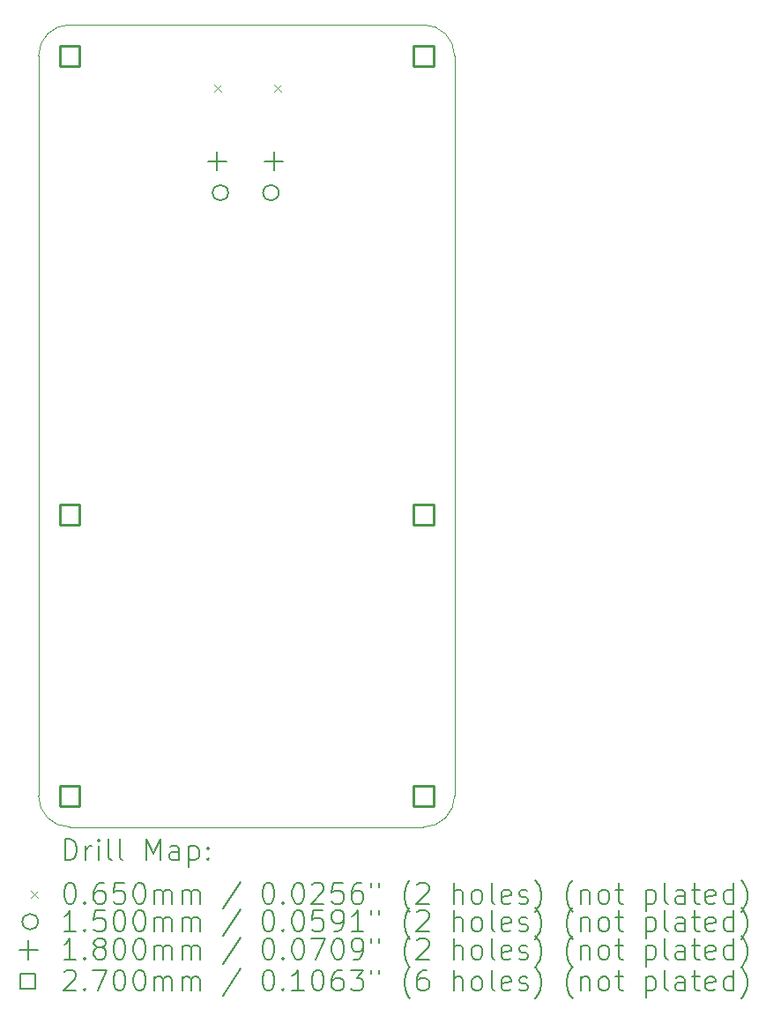
<source format=gbr>
%TF.GenerationSoftware,KiCad,Pcbnew,7.0.7*%
%TF.CreationDate,2024-10-30T15:42:39+00:00*%
%TF.ProjectId,Ponder-Pico2,506f6e64-6572-42d5-9069-636f322e6b69,0.1*%
%TF.SameCoordinates,Original*%
%TF.FileFunction,Drillmap*%
%TF.FilePolarity,Positive*%
%FSLAX45Y45*%
G04 Gerber Fmt 4.5, Leading zero omitted, Abs format (unit mm)*
G04 Created by KiCad (PCBNEW 7.0.7) date 2024-10-30 15:42:39*
%MOMM*%
%LPD*%
G01*
G04 APERTURE LIST*
%ADD10C,0.100000*%
%ADD11C,0.200000*%
%ADD12C,0.065000*%
%ADD13C,0.150000*%
%ADD14C,0.180000*%
%ADD15C,0.270000*%
G04 APERTURE END LIST*
D10*
X12060000Y-14698750D02*
X12060000Y-7598500D01*
X16057500Y-7598500D02*
G75*
G03*
X15757500Y-7298500I-300000J0D01*
G01*
X12360000Y-7298500D02*
G75*
G03*
X12060000Y-7598500I0J-300000D01*
G01*
X12060000Y-14698750D02*
G75*
G03*
X12361250Y-15000000I301250J0D01*
G01*
X12360000Y-7298500D02*
X15757500Y-7298500D01*
X15758750Y-15000000D02*
G75*
G03*
X16057500Y-14701250I0J298750D01*
G01*
X15758750Y-15000000D02*
X12361250Y-15000000D01*
X16057500Y-7598500D02*
X16057500Y-14701250D01*
D11*
D12*
X13748500Y-7878000D02*
X13813500Y-7943000D01*
X13813500Y-7878000D02*
X13748500Y-7943000D01*
X14326500Y-7878000D02*
X14391500Y-7943000D01*
X14391500Y-7878000D02*
X14326500Y-7943000D01*
D13*
X13882500Y-8911000D02*
G75*
G03*
X13882500Y-8911000I-75000J0D01*
G01*
X14367500Y-8911000D02*
G75*
G03*
X14367500Y-8911000I-75000J0D01*
G01*
D14*
X13777500Y-8518000D02*
X13777500Y-8698000D01*
X13687500Y-8608000D02*
X13867500Y-8608000D01*
X14322500Y-8518000D02*
X14322500Y-8698000D01*
X14232500Y-8608000D02*
X14412500Y-8608000D01*
D15*
X12455460Y-7693960D02*
X12455460Y-7503040D01*
X12264540Y-7503040D01*
X12264540Y-7693960D01*
X12455460Y-7693960D01*
X12455460Y-12095460D02*
X12455460Y-11904540D01*
X12264540Y-11904540D01*
X12264540Y-12095460D01*
X12455460Y-12095460D01*
X12455460Y-14795460D02*
X12455460Y-14604540D01*
X12264540Y-14604540D01*
X12264540Y-14795460D01*
X12455460Y-14795460D01*
X15852960Y-7693960D02*
X15852960Y-7503040D01*
X15662040Y-7503040D01*
X15662040Y-7693960D01*
X15852960Y-7693960D01*
X15852960Y-12095460D02*
X15852960Y-11904540D01*
X15662040Y-11904540D01*
X15662040Y-12095460D01*
X15852960Y-12095460D01*
X15852960Y-14795460D02*
X15852960Y-14604540D01*
X15662040Y-14604540D01*
X15662040Y-14795460D01*
X15852960Y-14795460D01*
D11*
X12315777Y-15316484D02*
X12315777Y-15116484D01*
X12315777Y-15116484D02*
X12363396Y-15116484D01*
X12363396Y-15116484D02*
X12391967Y-15126008D01*
X12391967Y-15126008D02*
X12411015Y-15145055D01*
X12411015Y-15145055D02*
X12420539Y-15164103D01*
X12420539Y-15164103D02*
X12430062Y-15202198D01*
X12430062Y-15202198D02*
X12430062Y-15230769D01*
X12430062Y-15230769D02*
X12420539Y-15268865D01*
X12420539Y-15268865D02*
X12411015Y-15287912D01*
X12411015Y-15287912D02*
X12391967Y-15306960D01*
X12391967Y-15306960D02*
X12363396Y-15316484D01*
X12363396Y-15316484D02*
X12315777Y-15316484D01*
X12515777Y-15316484D02*
X12515777Y-15183150D01*
X12515777Y-15221246D02*
X12525301Y-15202198D01*
X12525301Y-15202198D02*
X12534824Y-15192674D01*
X12534824Y-15192674D02*
X12553872Y-15183150D01*
X12553872Y-15183150D02*
X12572920Y-15183150D01*
X12639586Y-15316484D02*
X12639586Y-15183150D01*
X12639586Y-15116484D02*
X12630062Y-15126008D01*
X12630062Y-15126008D02*
X12639586Y-15135531D01*
X12639586Y-15135531D02*
X12649110Y-15126008D01*
X12649110Y-15126008D02*
X12639586Y-15116484D01*
X12639586Y-15116484D02*
X12639586Y-15135531D01*
X12763396Y-15316484D02*
X12744348Y-15306960D01*
X12744348Y-15306960D02*
X12734824Y-15287912D01*
X12734824Y-15287912D02*
X12734824Y-15116484D01*
X12868158Y-15316484D02*
X12849110Y-15306960D01*
X12849110Y-15306960D02*
X12839586Y-15287912D01*
X12839586Y-15287912D02*
X12839586Y-15116484D01*
X13096729Y-15316484D02*
X13096729Y-15116484D01*
X13096729Y-15116484D02*
X13163396Y-15259341D01*
X13163396Y-15259341D02*
X13230062Y-15116484D01*
X13230062Y-15116484D02*
X13230062Y-15316484D01*
X13411015Y-15316484D02*
X13411015Y-15211722D01*
X13411015Y-15211722D02*
X13401491Y-15192674D01*
X13401491Y-15192674D02*
X13382443Y-15183150D01*
X13382443Y-15183150D02*
X13344348Y-15183150D01*
X13344348Y-15183150D02*
X13325301Y-15192674D01*
X13411015Y-15306960D02*
X13391967Y-15316484D01*
X13391967Y-15316484D02*
X13344348Y-15316484D01*
X13344348Y-15316484D02*
X13325301Y-15306960D01*
X13325301Y-15306960D02*
X13315777Y-15287912D01*
X13315777Y-15287912D02*
X13315777Y-15268865D01*
X13315777Y-15268865D02*
X13325301Y-15249817D01*
X13325301Y-15249817D02*
X13344348Y-15240293D01*
X13344348Y-15240293D02*
X13391967Y-15240293D01*
X13391967Y-15240293D02*
X13411015Y-15230769D01*
X13506253Y-15183150D02*
X13506253Y-15383150D01*
X13506253Y-15192674D02*
X13525301Y-15183150D01*
X13525301Y-15183150D02*
X13563396Y-15183150D01*
X13563396Y-15183150D02*
X13582443Y-15192674D01*
X13582443Y-15192674D02*
X13591967Y-15202198D01*
X13591967Y-15202198D02*
X13601491Y-15221246D01*
X13601491Y-15221246D02*
X13601491Y-15278388D01*
X13601491Y-15278388D02*
X13591967Y-15297436D01*
X13591967Y-15297436D02*
X13582443Y-15306960D01*
X13582443Y-15306960D02*
X13563396Y-15316484D01*
X13563396Y-15316484D02*
X13525301Y-15316484D01*
X13525301Y-15316484D02*
X13506253Y-15306960D01*
X13687205Y-15297436D02*
X13696729Y-15306960D01*
X13696729Y-15306960D02*
X13687205Y-15316484D01*
X13687205Y-15316484D02*
X13677682Y-15306960D01*
X13677682Y-15306960D02*
X13687205Y-15297436D01*
X13687205Y-15297436D02*
X13687205Y-15316484D01*
X13687205Y-15192674D02*
X13696729Y-15202198D01*
X13696729Y-15202198D02*
X13687205Y-15211722D01*
X13687205Y-15211722D02*
X13677682Y-15202198D01*
X13677682Y-15202198D02*
X13687205Y-15192674D01*
X13687205Y-15192674D02*
X13687205Y-15211722D01*
D12*
X11990000Y-15612500D02*
X12055000Y-15677500D01*
X12055000Y-15612500D02*
X11990000Y-15677500D01*
D11*
X12353872Y-15536484D02*
X12372920Y-15536484D01*
X12372920Y-15536484D02*
X12391967Y-15546008D01*
X12391967Y-15546008D02*
X12401491Y-15555531D01*
X12401491Y-15555531D02*
X12411015Y-15574579D01*
X12411015Y-15574579D02*
X12420539Y-15612674D01*
X12420539Y-15612674D02*
X12420539Y-15660293D01*
X12420539Y-15660293D02*
X12411015Y-15698388D01*
X12411015Y-15698388D02*
X12401491Y-15717436D01*
X12401491Y-15717436D02*
X12391967Y-15726960D01*
X12391967Y-15726960D02*
X12372920Y-15736484D01*
X12372920Y-15736484D02*
X12353872Y-15736484D01*
X12353872Y-15736484D02*
X12334824Y-15726960D01*
X12334824Y-15726960D02*
X12325301Y-15717436D01*
X12325301Y-15717436D02*
X12315777Y-15698388D01*
X12315777Y-15698388D02*
X12306253Y-15660293D01*
X12306253Y-15660293D02*
X12306253Y-15612674D01*
X12306253Y-15612674D02*
X12315777Y-15574579D01*
X12315777Y-15574579D02*
X12325301Y-15555531D01*
X12325301Y-15555531D02*
X12334824Y-15546008D01*
X12334824Y-15546008D02*
X12353872Y-15536484D01*
X12506253Y-15717436D02*
X12515777Y-15726960D01*
X12515777Y-15726960D02*
X12506253Y-15736484D01*
X12506253Y-15736484D02*
X12496729Y-15726960D01*
X12496729Y-15726960D02*
X12506253Y-15717436D01*
X12506253Y-15717436D02*
X12506253Y-15736484D01*
X12687205Y-15536484D02*
X12649110Y-15536484D01*
X12649110Y-15536484D02*
X12630062Y-15546008D01*
X12630062Y-15546008D02*
X12620539Y-15555531D01*
X12620539Y-15555531D02*
X12601491Y-15584103D01*
X12601491Y-15584103D02*
X12591967Y-15622198D01*
X12591967Y-15622198D02*
X12591967Y-15698388D01*
X12591967Y-15698388D02*
X12601491Y-15717436D01*
X12601491Y-15717436D02*
X12611015Y-15726960D01*
X12611015Y-15726960D02*
X12630062Y-15736484D01*
X12630062Y-15736484D02*
X12668158Y-15736484D01*
X12668158Y-15736484D02*
X12687205Y-15726960D01*
X12687205Y-15726960D02*
X12696729Y-15717436D01*
X12696729Y-15717436D02*
X12706253Y-15698388D01*
X12706253Y-15698388D02*
X12706253Y-15650769D01*
X12706253Y-15650769D02*
X12696729Y-15631722D01*
X12696729Y-15631722D02*
X12687205Y-15622198D01*
X12687205Y-15622198D02*
X12668158Y-15612674D01*
X12668158Y-15612674D02*
X12630062Y-15612674D01*
X12630062Y-15612674D02*
X12611015Y-15622198D01*
X12611015Y-15622198D02*
X12601491Y-15631722D01*
X12601491Y-15631722D02*
X12591967Y-15650769D01*
X12887205Y-15536484D02*
X12791967Y-15536484D01*
X12791967Y-15536484D02*
X12782443Y-15631722D01*
X12782443Y-15631722D02*
X12791967Y-15622198D01*
X12791967Y-15622198D02*
X12811015Y-15612674D01*
X12811015Y-15612674D02*
X12858634Y-15612674D01*
X12858634Y-15612674D02*
X12877682Y-15622198D01*
X12877682Y-15622198D02*
X12887205Y-15631722D01*
X12887205Y-15631722D02*
X12896729Y-15650769D01*
X12896729Y-15650769D02*
X12896729Y-15698388D01*
X12896729Y-15698388D02*
X12887205Y-15717436D01*
X12887205Y-15717436D02*
X12877682Y-15726960D01*
X12877682Y-15726960D02*
X12858634Y-15736484D01*
X12858634Y-15736484D02*
X12811015Y-15736484D01*
X12811015Y-15736484D02*
X12791967Y-15726960D01*
X12791967Y-15726960D02*
X12782443Y-15717436D01*
X13020539Y-15536484D02*
X13039586Y-15536484D01*
X13039586Y-15536484D02*
X13058634Y-15546008D01*
X13058634Y-15546008D02*
X13068158Y-15555531D01*
X13068158Y-15555531D02*
X13077682Y-15574579D01*
X13077682Y-15574579D02*
X13087205Y-15612674D01*
X13087205Y-15612674D02*
X13087205Y-15660293D01*
X13087205Y-15660293D02*
X13077682Y-15698388D01*
X13077682Y-15698388D02*
X13068158Y-15717436D01*
X13068158Y-15717436D02*
X13058634Y-15726960D01*
X13058634Y-15726960D02*
X13039586Y-15736484D01*
X13039586Y-15736484D02*
X13020539Y-15736484D01*
X13020539Y-15736484D02*
X13001491Y-15726960D01*
X13001491Y-15726960D02*
X12991967Y-15717436D01*
X12991967Y-15717436D02*
X12982443Y-15698388D01*
X12982443Y-15698388D02*
X12972920Y-15660293D01*
X12972920Y-15660293D02*
X12972920Y-15612674D01*
X12972920Y-15612674D02*
X12982443Y-15574579D01*
X12982443Y-15574579D02*
X12991967Y-15555531D01*
X12991967Y-15555531D02*
X13001491Y-15546008D01*
X13001491Y-15546008D02*
X13020539Y-15536484D01*
X13172920Y-15736484D02*
X13172920Y-15603150D01*
X13172920Y-15622198D02*
X13182443Y-15612674D01*
X13182443Y-15612674D02*
X13201491Y-15603150D01*
X13201491Y-15603150D02*
X13230063Y-15603150D01*
X13230063Y-15603150D02*
X13249110Y-15612674D01*
X13249110Y-15612674D02*
X13258634Y-15631722D01*
X13258634Y-15631722D02*
X13258634Y-15736484D01*
X13258634Y-15631722D02*
X13268158Y-15612674D01*
X13268158Y-15612674D02*
X13287205Y-15603150D01*
X13287205Y-15603150D02*
X13315777Y-15603150D01*
X13315777Y-15603150D02*
X13334824Y-15612674D01*
X13334824Y-15612674D02*
X13344348Y-15631722D01*
X13344348Y-15631722D02*
X13344348Y-15736484D01*
X13439586Y-15736484D02*
X13439586Y-15603150D01*
X13439586Y-15622198D02*
X13449110Y-15612674D01*
X13449110Y-15612674D02*
X13468158Y-15603150D01*
X13468158Y-15603150D02*
X13496729Y-15603150D01*
X13496729Y-15603150D02*
X13515777Y-15612674D01*
X13515777Y-15612674D02*
X13525301Y-15631722D01*
X13525301Y-15631722D02*
X13525301Y-15736484D01*
X13525301Y-15631722D02*
X13534824Y-15612674D01*
X13534824Y-15612674D02*
X13553872Y-15603150D01*
X13553872Y-15603150D02*
X13582443Y-15603150D01*
X13582443Y-15603150D02*
X13601491Y-15612674D01*
X13601491Y-15612674D02*
X13611015Y-15631722D01*
X13611015Y-15631722D02*
X13611015Y-15736484D01*
X14001491Y-15526960D02*
X13830063Y-15784103D01*
X14258634Y-15536484D02*
X14277682Y-15536484D01*
X14277682Y-15536484D02*
X14296729Y-15546008D01*
X14296729Y-15546008D02*
X14306253Y-15555531D01*
X14306253Y-15555531D02*
X14315777Y-15574579D01*
X14315777Y-15574579D02*
X14325301Y-15612674D01*
X14325301Y-15612674D02*
X14325301Y-15660293D01*
X14325301Y-15660293D02*
X14315777Y-15698388D01*
X14315777Y-15698388D02*
X14306253Y-15717436D01*
X14306253Y-15717436D02*
X14296729Y-15726960D01*
X14296729Y-15726960D02*
X14277682Y-15736484D01*
X14277682Y-15736484D02*
X14258634Y-15736484D01*
X14258634Y-15736484D02*
X14239586Y-15726960D01*
X14239586Y-15726960D02*
X14230063Y-15717436D01*
X14230063Y-15717436D02*
X14220539Y-15698388D01*
X14220539Y-15698388D02*
X14211015Y-15660293D01*
X14211015Y-15660293D02*
X14211015Y-15612674D01*
X14211015Y-15612674D02*
X14220539Y-15574579D01*
X14220539Y-15574579D02*
X14230063Y-15555531D01*
X14230063Y-15555531D02*
X14239586Y-15546008D01*
X14239586Y-15546008D02*
X14258634Y-15536484D01*
X14411015Y-15717436D02*
X14420539Y-15726960D01*
X14420539Y-15726960D02*
X14411015Y-15736484D01*
X14411015Y-15736484D02*
X14401491Y-15726960D01*
X14401491Y-15726960D02*
X14411015Y-15717436D01*
X14411015Y-15717436D02*
X14411015Y-15736484D01*
X14544348Y-15536484D02*
X14563396Y-15536484D01*
X14563396Y-15536484D02*
X14582444Y-15546008D01*
X14582444Y-15546008D02*
X14591967Y-15555531D01*
X14591967Y-15555531D02*
X14601491Y-15574579D01*
X14601491Y-15574579D02*
X14611015Y-15612674D01*
X14611015Y-15612674D02*
X14611015Y-15660293D01*
X14611015Y-15660293D02*
X14601491Y-15698388D01*
X14601491Y-15698388D02*
X14591967Y-15717436D01*
X14591967Y-15717436D02*
X14582444Y-15726960D01*
X14582444Y-15726960D02*
X14563396Y-15736484D01*
X14563396Y-15736484D02*
X14544348Y-15736484D01*
X14544348Y-15736484D02*
X14525301Y-15726960D01*
X14525301Y-15726960D02*
X14515777Y-15717436D01*
X14515777Y-15717436D02*
X14506253Y-15698388D01*
X14506253Y-15698388D02*
X14496729Y-15660293D01*
X14496729Y-15660293D02*
X14496729Y-15612674D01*
X14496729Y-15612674D02*
X14506253Y-15574579D01*
X14506253Y-15574579D02*
X14515777Y-15555531D01*
X14515777Y-15555531D02*
X14525301Y-15546008D01*
X14525301Y-15546008D02*
X14544348Y-15536484D01*
X14687206Y-15555531D02*
X14696729Y-15546008D01*
X14696729Y-15546008D02*
X14715777Y-15536484D01*
X14715777Y-15536484D02*
X14763396Y-15536484D01*
X14763396Y-15536484D02*
X14782444Y-15546008D01*
X14782444Y-15546008D02*
X14791967Y-15555531D01*
X14791967Y-15555531D02*
X14801491Y-15574579D01*
X14801491Y-15574579D02*
X14801491Y-15593627D01*
X14801491Y-15593627D02*
X14791967Y-15622198D01*
X14791967Y-15622198D02*
X14677682Y-15736484D01*
X14677682Y-15736484D02*
X14801491Y-15736484D01*
X14982444Y-15536484D02*
X14887206Y-15536484D01*
X14887206Y-15536484D02*
X14877682Y-15631722D01*
X14877682Y-15631722D02*
X14887206Y-15622198D01*
X14887206Y-15622198D02*
X14906253Y-15612674D01*
X14906253Y-15612674D02*
X14953872Y-15612674D01*
X14953872Y-15612674D02*
X14972920Y-15622198D01*
X14972920Y-15622198D02*
X14982444Y-15631722D01*
X14982444Y-15631722D02*
X14991967Y-15650769D01*
X14991967Y-15650769D02*
X14991967Y-15698388D01*
X14991967Y-15698388D02*
X14982444Y-15717436D01*
X14982444Y-15717436D02*
X14972920Y-15726960D01*
X14972920Y-15726960D02*
X14953872Y-15736484D01*
X14953872Y-15736484D02*
X14906253Y-15736484D01*
X14906253Y-15736484D02*
X14887206Y-15726960D01*
X14887206Y-15726960D02*
X14877682Y-15717436D01*
X15163396Y-15536484D02*
X15125301Y-15536484D01*
X15125301Y-15536484D02*
X15106253Y-15546008D01*
X15106253Y-15546008D02*
X15096729Y-15555531D01*
X15096729Y-15555531D02*
X15077682Y-15584103D01*
X15077682Y-15584103D02*
X15068158Y-15622198D01*
X15068158Y-15622198D02*
X15068158Y-15698388D01*
X15068158Y-15698388D02*
X15077682Y-15717436D01*
X15077682Y-15717436D02*
X15087206Y-15726960D01*
X15087206Y-15726960D02*
X15106253Y-15736484D01*
X15106253Y-15736484D02*
X15144348Y-15736484D01*
X15144348Y-15736484D02*
X15163396Y-15726960D01*
X15163396Y-15726960D02*
X15172920Y-15717436D01*
X15172920Y-15717436D02*
X15182444Y-15698388D01*
X15182444Y-15698388D02*
X15182444Y-15650769D01*
X15182444Y-15650769D02*
X15172920Y-15631722D01*
X15172920Y-15631722D02*
X15163396Y-15622198D01*
X15163396Y-15622198D02*
X15144348Y-15612674D01*
X15144348Y-15612674D02*
X15106253Y-15612674D01*
X15106253Y-15612674D02*
X15087206Y-15622198D01*
X15087206Y-15622198D02*
X15077682Y-15631722D01*
X15077682Y-15631722D02*
X15068158Y-15650769D01*
X15258634Y-15536484D02*
X15258634Y-15574579D01*
X15334825Y-15536484D02*
X15334825Y-15574579D01*
X15630063Y-15812674D02*
X15620539Y-15803150D01*
X15620539Y-15803150D02*
X15601491Y-15774579D01*
X15601491Y-15774579D02*
X15591968Y-15755531D01*
X15591968Y-15755531D02*
X15582444Y-15726960D01*
X15582444Y-15726960D02*
X15572920Y-15679341D01*
X15572920Y-15679341D02*
X15572920Y-15641246D01*
X15572920Y-15641246D02*
X15582444Y-15593627D01*
X15582444Y-15593627D02*
X15591968Y-15565055D01*
X15591968Y-15565055D02*
X15601491Y-15546008D01*
X15601491Y-15546008D02*
X15620539Y-15517436D01*
X15620539Y-15517436D02*
X15630063Y-15507912D01*
X15696729Y-15555531D02*
X15706253Y-15546008D01*
X15706253Y-15546008D02*
X15725301Y-15536484D01*
X15725301Y-15536484D02*
X15772920Y-15536484D01*
X15772920Y-15536484D02*
X15791968Y-15546008D01*
X15791968Y-15546008D02*
X15801491Y-15555531D01*
X15801491Y-15555531D02*
X15811015Y-15574579D01*
X15811015Y-15574579D02*
X15811015Y-15593627D01*
X15811015Y-15593627D02*
X15801491Y-15622198D01*
X15801491Y-15622198D02*
X15687206Y-15736484D01*
X15687206Y-15736484D02*
X15811015Y-15736484D01*
X16049110Y-15736484D02*
X16049110Y-15536484D01*
X16134825Y-15736484D02*
X16134825Y-15631722D01*
X16134825Y-15631722D02*
X16125301Y-15612674D01*
X16125301Y-15612674D02*
X16106253Y-15603150D01*
X16106253Y-15603150D02*
X16077682Y-15603150D01*
X16077682Y-15603150D02*
X16058634Y-15612674D01*
X16058634Y-15612674D02*
X16049110Y-15622198D01*
X16258634Y-15736484D02*
X16239587Y-15726960D01*
X16239587Y-15726960D02*
X16230063Y-15717436D01*
X16230063Y-15717436D02*
X16220539Y-15698388D01*
X16220539Y-15698388D02*
X16220539Y-15641246D01*
X16220539Y-15641246D02*
X16230063Y-15622198D01*
X16230063Y-15622198D02*
X16239587Y-15612674D01*
X16239587Y-15612674D02*
X16258634Y-15603150D01*
X16258634Y-15603150D02*
X16287206Y-15603150D01*
X16287206Y-15603150D02*
X16306253Y-15612674D01*
X16306253Y-15612674D02*
X16315777Y-15622198D01*
X16315777Y-15622198D02*
X16325301Y-15641246D01*
X16325301Y-15641246D02*
X16325301Y-15698388D01*
X16325301Y-15698388D02*
X16315777Y-15717436D01*
X16315777Y-15717436D02*
X16306253Y-15726960D01*
X16306253Y-15726960D02*
X16287206Y-15736484D01*
X16287206Y-15736484D02*
X16258634Y-15736484D01*
X16439587Y-15736484D02*
X16420539Y-15726960D01*
X16420539Y-15726960D02*
X16411015Y-15707912D01*
X16411015Y-15707912D02*
X16411015Y-15536484D01*
X16591968Y-15726960D02*
X16572920Y-15736484D01*
X16572920Y-15736484D02*
X16534825Y-15736484D01*
X16534825Y-15736484D02*
X16515777Y-15726960D01*
X16515777Y-15726960D02*
X16506253Y-15707912D01*
X16506253Y-15707912D02*
X16506253Y-15631722D01*
X16506253Y-15631722D02*
X16515777Y-15612674D01*
X16515777Y-15612674D02*
X16534825Y-15603150D01*
X16534825Y-15603150D02*
X16572920Y-15603150D01*
X16572920Y-15603150D02*
X16591968Y-15612674D01*
X16591968Y-15612674D02*
X16601491Y-15631722D01*
X16601491Y-15631722D02*
X16601491Y-15650769D01*
X16601491Y-15650769D02*
X16506253Y-15669817D01*
X16677682Y-15726960D02*
X16696730Y-15736484D01*
X16696730Y-15736484D02*
X16734825Y-15736484D01*
X16734825Y-15736484D02*
X16753872Y-15726960D01*
X16753872Y-15726960D02*
X16763396Y-15707912D01*
X16763396Y-15707912D02*
X16763396Y-15698388D01*
X16763396Y-15698388D02*
X16753872Y-15679341D01*
X16753872Y-15679341D02*
X16734825Y-15669817D01*
X16734825Y-15669817D02*
X16706253Y-15669817D01*
X16706253Y-15669817D02*
X16687206Y-15660293D01*
X16687206Y-15660293D02*
X16677682Y-15641246D01*
X16677682Y-15641246D02*
X16677682Y-15631722D01*
X16677682Y-15631722D02*
X16687206Y-15612674D01*
X16687206Y-15612674D02*
X16706253Y-15603150D01*
X16706253Y-15603150D02*
X16734825Y-15603150D01*
X16734825Y-15603150D02*
X16753872Y-15612674D01*
X16830063Y-15812674D02*
X16839587Y-15803150D01*
X16839587Y-15803150D02*
X16858634Y-15774579D01*
X16858634Y-15774579D02*
X16868158Y-15755531D01*
X16868158Y-15755531D02*
X16877682Y-15726960D01*
X16877682Y-15726960D02*
X16887206Y-15679341D01*
X16887206Y-15679341D02*
X16887206Y-15641246D01*
X16887206Y-15641246D02*
X16877682Y-15593627D01*
X16877682Y-15593627D02*
X16868158Y-15565055D01*
X16868158Y-15565055D02*
X16858634Y-15546008D01*
X16858634Y-15546008D02*
X16839587Y-15517436D01*
X16839587Y-15517436D02*
X16830063Y-15507912D01*
X17191968Y-15812674D02*
X17182444Y-15803150D01*
X17182444Y-15803150D02*
X17163396Y-15774579D01*
X17163396Y-15774579D02*
X17153873Y-15755531D01*
X17153873Y-15755531D02*
X17144349Y-15726960D01*
X17144349Y-15726960D02*
X17134825Y-15679341D01*
X17134825Y-15679341D02*
X17134825Y-15641246D01*
X17134825Y-15641246D02*
X17144349Y-15593627D01*
X17144349Y-15593627D02*
X17153873Y-15565055D01*
X17153873Y-15565055D02*
X17163396Y-15546008D01*
X17163396Y-15546008D02*
X17182444Y-15517436D01*
X17182444Y-15517436D02*
X17191968Y-15507912D01*
X17268158Y-15603150D02*
X17268158Y-15736484D01*
X17268158Y-15622198D02*
X17277682Y-15612674D01*
X17277682Y-15612674D02*
X17296730Y-15603150D01*
X17296730Y-15603150D02*
X17325301Y-15603150D01*
X17325301Y-15603150D02*
X17344349Y-15612674D01*
X17344349Y-15612674D02*
X17353873Y-15631722D01*
X17353873Y-15631722D02*
X17353873Y-15736484D01*
X17477682Y-15736484D02*
X17458634Y-15726960D01*
X17458634Y-15726960D02*
X17449111Y-15717436D01*
X17449111Y-15717436D02*
X17439587Y-15698388D01*
X17439587Y-15698388D02*
X17439587Y-15641246D01*
X17439587Y-15641246D02*
X17449111Y-15622198D01*
X17449111Y-15622198D02*
X17458634Y-15612674D01*
X17458634Y-15612674D02*
X17477682Y-15603150D01*
X17477682Y-15603150D02*
X17506254Y-15603150D01*
X17506254Y-15603150D02*
X17525301Y-15612674D01*
X17525301Y-15612674D02*
X17534825Y-15622198D01*
X17534825Y-15622198D02*
X17544349Y-15641246D01*
X17544349Y-15641246D02*
X17544349Y-15698388D01*
X17544349Y-15698388D02*
X17534825Y-15717436D01*
X17534825Y-15717436D02*
X17525301Y-15726960D01*
X17525301Y-15726960D02*
X17506254Y-15736484D01*
X17506254Y-15736484D02*
X17477682Y-15736484D01*
X17601492Y-15603150D02*
X17677682Y-15603150D01*
X17630063Y-15536484D02*
X17630063Y-15707912D01*
X17630063Y-15707912D02*
X17639587Y-15726960D01*
X17639587Y-15726960D02*
X17658634Y-15736484D01*
X17658634Y-15736484D02*
X17677682Y-15736484D01*
X17896730Y-15603150D02*
X17896730Y-15803150D01*
X17896730Y-15612674D02*
X17915777Y-15603150D01*
X17915777Y-15603150D02*
X17953873Y-15603150D01*
X17953873Y-15603150D02*
X17972920Y-15612674D01*
X17972920Y-15612674D02*
X17982444Y-15622198D01*
X17982444Y-15622198D02*
X17991968Y-15641246D01*
X17991968Y-15641246D02*
X17991968Y-15698388D01*
X17991968Y-15698388D02*
X17982444Y-15717436D01*
X17982444Y-15717436D02*
X17972920Y-15726960D01*
X17972920Y-15726960D02*
X17953873Y-15736484D01*
X17953873Y-15736484D02*
X17915777Y-15736484D01*
X17915777Y-15736484D02*
X17896730Y-15726960D01*
X18106254Y-15736484D02*
X18087206Y-15726960D01*
X18087206Y-15726960D02*
X18077682Y-15707912D01*
X18077682Y-15707912D02*
X18077682Y-15536484D01*
X18268158Y-15736484D02*
X18268158Y-15631722D01*
X18268158Y-15631722D02*
X18258635Y-15612674D01*
X18258635Y-15612674D02*
X18239587Y-15603150D01*
X18239587Y-15603150D02*
X18201492Y-15603150D01*
X18201492Y-15603150D02*
X18182444Y-15612674D01*
X18268158Y-15726960D02*
X18249111Y-15736484D01*
X18249111Y-15736484D02*
X18201492Y-15736484D01*
X18201492Y-15736484D02*
X18182444Y-15726960D01*
X18182444Y-15726960D02*
X18172920Y-15707912D01*
X18172920Y-15707912D02*
X18172920Y-15688865D01*
X18172920Y-15688865D02*
X18182444Y-15669817D01*
X18182444Y-15669817D02*
X18201492Y-15660293D01*
X18201492Y-15660293D02*
X18249111Y-15660293D01*
X18249111Y-15660293D02*
X18268158Y-15650769D01*
X18334825Y-15603150D02*
X18411015Y-15603150D01*
X18363396Y-15536484D02*
X18363396Y-15707912D01*
X18363396Y-15707912D02*
X18372920Y-15726960D01*
X18372920Y-15726960D02*
X18391968Y-15736484D01*
X18391968Y-15736484D02*
X18411015Y-15736484D01*
X18553873Y-15726960D02*
X18534825Y-15736484D01*
X18534825Y-15736484D02*
X18496730Y-15736484D01*
X18496730Y-15736484D02*
X18477682Y-15726960D01*
X18477682Y-15726960D02*
X18468158Y-15707912D01*
X18468158Y-15707912D02*
X18468158Y-15631722D01*
X18468158Y-15631722D02*
X18477682Y-15612674D01*
X18477682Y-15612674D02*
X18496730Y-15603150D01*
X18496730Y-15603150D02*
X18534825Y-15603150D01*
X18534825Y-15603150D02*
X18553873Y-15612674D01*
X18553873Y-15612674D02*
X18563396Y-15631722D01*
X18563396Y-15631722D02*
X18563396Y-15650769D01*
X18563396Y-15650769D02*
X18468158Y-15669817D01*
X18734825Y-15736484D02*
X18734825Y-15536484D01*
X18734825Y-15726960D02*
X18715777Y-15736484D01*
X18715777Y-15736484D02*
X18677682Y-15736484D01*
X18677682Y-15736484D02*
X18658635Y-15726960D01*
X18658635Y-15726960D02*
X18649111Y-15717436D01*
X18649111Y-15717436D02*
X18639587Y-15698388D01*
X18639587Y-15698388D02*
X18639587Y-15641246D01*
X18639587Y-15641246D02*
X18649111Y-15622198D01*
X18649111Y-15622198D02*
X18658635Y-15612674D01*
X18658635Y-15612674D02*
X18677682Y-15603150D01*
X18677682Y-15603150D02*
X18715777Y-15603150D01*
X18715777Y-15603150D02*
X18734825Y-15612674D01*
X18811016Y-15812674D02*
X18820539Y-15803150D01*
X18820539Y-15803150D02*
X18839587Y-15774579D01*
X18839587Y-15774579D02*
X18849111Y-15755531D01*
X18849111Y-15755531D02*
X18858635Y-15726960D01*
X18858635Y-15726960D02*
X18868158Y-15679341D01*
X18868158Y-15679341D02*
X18868158Y-15641246D01*
X18868158Y-15641246D02*
X18858635Y-15593627D01*
X18858635Y-15593627D02*
X18849111Y-15565055D01*
X18849111Y-15565055D02*
X18839587Y-15546008D01*
X18839587Y-15546008D02*
X18820539Y-15517436D01*
X18820539Y-15517436D02*
X18811016Y-15507912D01*
D13*
X12055000Y-15909000D02*
G75*
G03*
X12055000Y-15909000I-75000J0D01*
G01*
D11*
X12420539Y-16000484D02*
X12306253Y-16000484D01*
X12363396Y-16000484D02*
X12363396Y-15800484D01*
X12363396Y-15800484D02*
X12344348Y-15829055D01*
X12344348Y-15829055D02*
X12325301Y-15848103D01*
X12325301Y-15848103D02*
X12306253Y-15857627D01*
X12506253Y-15981436D02*
X12515777Y-15990960D01*
X12515777Y-15990960D02*
X12506253Y-16000484D01*
X12506253Y-16000484D02*
X12496729Y-15990960D01*
X12496729Y-15990960D02*
X12506253Y-15981436D01*
X12506253Y-15981436D02*
X12506253Y-16000484D01*
X12696729Y-15800484D02*
X12601491Y-15800484D01*
X12601491Y-15800484D02*
X12591967Y-15895722D01*
X12591967Y-15895722D02*
X12601491Y-15886198D01*
X12601491Y-15886198D02*
X12620539Y-15876674D01*
X12620539Y-15876674D02*
X12668158Y-15876674D01*
X12668158Y-15876674D02*
X12687205Y-15886198D01*
X12687205Y-15886198D02*
X12696729Y-15895722D01*
X12696729Y-15895722D02*
X12706253Y-15914769D01*
X12706253Y-15914769D02*
X12706253Y-15962388D01*
X12706253Y-15962388D02*
X12696729Y-15981436D01*
X12696729Y-15981436D02*
X12687205Y-15990960D01*
X12687205Y-15990960D02*
X12668158Y-16000484D01*
X12668158Y-16000484D02*
X12620539Y-16000484D01*
X12620539Y-16000484D02*
X12601491Y-15990960D01*
X12601491Y-15990960D02*
X12591967Y-15981436D01*
X12830062Y-15800484D02*
X12849110Y-15800484D01*
X12849110Y-15800484D02*
X12868158Y-15810008D01*
X12868158Y-15810008D02*
X12877682Y-15819531D01*
X12877682Y-15819531D02*
X12887205Y-15838579D01*
X12887205Y-15838579D02*
X12896729Y-15876674D01*
X12896729Y-15876674D02*
X12896729Y-15924293D01*
X12896729Y-15924293D02*
X12887205Y-15962388D01*
X12887205Y-15962388D02*
X12877682Y-15981436D01*
X12877682Y-15981436D02*
X12868158Y-15990960D01*
X12868158Y-15990960D02*
X12849110Y-16000484D01*
X12849110Y-16000484D02*
X12830062Y-16000484D01*
X12830062Y-16000484D02*
X12811015Y-15990960D01*
X12811015Y-15990960D02*
X12801491Y-15981436D01*
X12801491Y-15981436D02*
X12791967Y-15962388D01*
X12791967Y-15962388D02*
X12782443Y-15924293D01*
X12782443Y-15924293D02*
X12782443Y-15876674D01*
X12782443Y-15876674D02*
X12791967Y-15838579D01*
X12791967Y-15838579D02*
X12801491Y-15819531D01*
X12801491Y-15819531D02*
X12811015Y-15810008D01*
X12811015Y-15810008D02*
X12830062Y-15800484D01*
X13020539Y-15800484D02*
X13039586Y-15800484D01*
X13039586Y-15800484D02*
X13058634Y-15810008D01*
X13058634Y-15810008D02*
X13068158Y-15819531D01*
X13068158Y-15819531D02*
X13077682Y-15838579D01*
X13077682Y-15838579D02*
X13087205Y-15876674D01*
X13087205Y-15876674D02*
X13087205Y-15924293D01*
X13087205Y-15924293D02*
X13077682Y-15962388D01*
X13077682Y-15962388D02*
X13068158Y-15981436D01*
X13068158Y-15981436D02*
X13058634Y-15990960D01*
X13058634Y-15990960D02*
X13039586Y-16000484D01*
X13039586Y-16000484D02*
X13020539Y-16000484D01*
X13020539Y-16000484D02*
X13001491Y-15990960D01*
X13001491Y-15990960D02*
X12991967Y-15981436D01*
X12991967Y-15981436D02*
X12982443Y-15962388D01*
X12982443Y-15962388D02*
X12972920Y-15924293D01*
X12972920Y-15924293D02*
X12972920Y-15876674D01*
X12972920Y-15876674D02*
X12982443Y-15838579D01*
X12982443Y-15838579D02*
X12991967Y-15819531D01*
X12991967Y-15819531D02*
X13001491Y-15810008D01*
X13001491Y-15810008D02*
X13020539Y-15800484D01*
X13172920Y-16000484D02*
X13172920Y-15867150D01*
X13172920Y-15886198D02*
X13182443Y-15876674D01*
X13182443Y-15876674D02*
X13201491Y-15867150D01*
X13201491Y-15867150D02*
X13230063Y-15867150D01*
X13230063Y-15867150D02*
X13249110Y-15876674D01*
X13249110Y-15876674D02*
X13258634Y-15895722D01*
X13258634Y-15895722D02*
X13258634Y-16000484D01*
X13258634Y-15895722D02*
X13268158Y-15876674D01*
X13268158Y-15876674D02*
X13287205Y-15867150D01*
X13287205Y-15867150D02*
X13315777Y-15867150D01*
X13315777Y-15867150D02*
X13334824Y-15876674D01*
X13334824Y-15876674D02*
X13344348Y-15895722D01*
X13344348Y-15895722D02*
X13344348Y-16000484D01*
X13439586Y-16000484D02*
X13439586Y-15867150D01*
X13439586Y-15886198D02*
X13449110Y-15876674D01*
X13449110Y-15876674D02*
X13468158Y-15867150D01*
X13468158Y-15867150D02*
X13496729Y-15867150D01*
X13496729Y-15867150D02*
X13515777Y-15876674D01*
X13515777Y-15876674D02*
X13525301Y-15895722D01*
X13525301Y-15895722D02*
X13525301Y-16000484D01*
X13525301Y-15895722D02*
X13534824Y-15876674D01*
X13534824Y-15876674D02*
X13553872Y-15867150D01*
X13553872Y-15867150D02*
X13582443Y-15867150D01*
X13582443Y-15867150D02*
X13601491Y-15876674D01*
X13601491Y-15876674D02*
X13611015Y-15895722D01*
X13611015Y-15895722D02*
X13611015Y-16000484D01*
X14001491Y-15790960D02*
X13830063Y-16048103D01*
X14258634Y-15800484D02*
X14277682Y-15800484D01*
X14277682Y-15800484D02*
X14296729Y-15810008D01*
X14296729Y-15810008D02*
X14306253Y-15819531D01*
X14306253Y-15819531D02*
X14315777Y-15838579D01*
X14315777Y-15838579D02*
X14325301Y-15876674D01*
X14325301Y-15876674D02*
X14325301Y-15924293D01*
X14325301Y-15924293D02*
X14315777Y-15962388D01*
X14315777Y-15962388D02*
X14306253Y-15981436D01*
X14306253Y-15981436D02*
X14296729Y-15990960D01*
X14296729Y-15990960D02*
X14277682Y-16000484D01*
X14277682Y-16000484D02*
X14258634Y-16000484D01*
X14258634Y-16000484D02*
X14239586Y-15990960D01*
X14239586Y-15990960D02*
X14230063Y-15981436D01*
X14230063Y-15981436D02*
X14220539Y-15962388D01*
X14220539Y-15962388D02*
X14211015Y-15924293D01*
X14211015Y-15924293D02*
X14211015Y-15876674D01*
X14211015Y-15876674D02*
X14220539Y-15838579D01*
X14220539Y-15838579D02*
X14230063Y-15819531D01*
X14230063Y-15819531D02*
X14239586Y-15810008D01*
X14239586Y-15810008D02*
X14258634Y-15800484D01*
X14411015Y-15981436D02*
X14420539Y-15990960D01*
X14420539Y-15990960D02*
X14411015Y-16000484D01*
X14411015Y-16000484D02*
X14401491Y-15990960D01*
X14401491Y-15990960D02*
X14411015Y-15981436D01*
X14411015Y-15981436D02*
X14411015Y-16000484D01*
X14544348Y-15800484D02*
X14563396Y-15800484D01*
X14563396Y-15800484D02*
X14582444Y-15810008D01*
X14582444Y-15810008D02*
X14591967Y-15819531D01*
X14591967Y-15819531D02*
X14601491Y-15838579D01*
X14601491Y-15838579D02*
X14611015Y-15876674D01*
X14611015Y-15876674D02*
X14611015Y-15924293D01*
X14611015Y-15924293D02*
X14601491Y-15962388D01*
X14601491Y-15962388D02*
X14591967Y-15981436D01*
X14591967Y-15981436D02*
X14582444Y-15990960D01*
X14582444Y-15990960D02*
X14563396Y-16000484D01*
X14563396Y-16000484D02*
X14544348Y-16000484D01*
X14544348Y-16000484D02*
X14525301Y-15990960D01*
X14525301Y-15990960D02*
X14515777Y-15981436D01*
X14515777Y-15981436D02*
X14506253Y-15962388D01*
X14506253Y-15962388D02*
X14496729Y-15924293D01*
X14496729Y-15924293D02*
X14496729Y-15876674D01*
X14496729Y-15876674D02*
X14506253Y-15838579D01*
X14506253Y-15838579D02*
X14515777Y-15819531D01*
X14515777Y-15819531D02*
X14525301Y-15810008D01*
X14525301Y-15810008D02*
X14544348Y-15800484D01*
X14791967Y-15800484D02*
X14696729Y-15800484D01*
X14696729Y-15800484D02*
X14687206Y-15895722D01*
X14687206Y-15895722D02*
X14696729Y-15886198D01*
X14696729Y-15886198D02*
X14715777Y-15876674D01*
X14715777Y-15876674D02*
X14763396Y-15876674D01*
X14763396Y-15876674D02*
X14782444Y-15886198D01*
X14782444Y-15886198D02*
X14791967Y-15895722D01*
X14791967Y-15895722D02*
X14801491Y-15914769D01*
X14801491Y-15914769D02*
X14801491Y-15962388D01*
X14801491Y-15962388D02*
X14791967Y-15981436D01*
X14791967Y-15981436D02*
X14782444Y-15990960D01*
X14782444Y-15990960D02*
X14763396Y-16000484D01*
X14763396Y-16000484D02*
X14715777Y-16000484D01*
X14715777Y-16000484D02*
X14696729Y-15990960D01*
X14696729Y-15990960D02*
X14687206Y-15981436D01*
X14896729Y-16000484D02*
X14934825Y-16000484D01*
X14934825Y-16000484D02*
X14953872Y-15990960D01*
X14953872Y-15990960D02*
X14963396Y-15981436D01*
X14963396Y-15981436D02*
X14982444Y-15952865D01*
X14982444Y-15952865D02*
X14991967Y-15914769D01*
X14991967Y-15914769D02*
X14991967Y-15838579D01*
X14991967Y-15838579D02*
X14982444Y-15819531D01*
X14982444Y-15819531D02*
X14972920Y-15810008D01*
X14972920Y-15810008D02*
X14953872Y-15800484D01*
X14953872Y-15800484D02*
X14915777Y-15800484D01*
X14915777Y-15800484D02*
X14896729Y-15810008D01*
X14896729Y-15810008D02*
X14887206Y-15819531D01*
X14887206Y-15819531D02*
X14877682Y-15838579D01*
X14877682Y-15838579D02*
X14877682Y-15886198D01*
X14877682Y-15886198D02*
X14887206Y-15905246D01*
X14887206Y-15905246D02*
X14896729Y-15914769D01*
X14896729Y-15914769D02*
X14915777Y-15924293D01*
X14915777Y-15924293D02*
X14953872Y-15924293D01*
X14953872Y-15924293D02*
X14972920Y-15914769D01*
X14972920Y-15914769D02*
X14982444Y-15905246D01*
X14982444Y-15905246D02*
X14991967Y-15886198D01*
X15182444Y-16000484D02*
X15068158Y-16000484D01*
X15125301Y-16000484D02*
X15125301Y-15800484D01*
X15125301Y-15800484D02*
X15106253Y-15829055D01*
X15106253Y-15829055D02*
X15087206Y-15848103D01*
X15087206Y-15848103D02*
X15068158Y-15857627D01*
X15258634Y-15800484D02*
X15258634Y-15838579D01*
X15334825Y-15800484D02*
X15334825Y-15838579D01*
X15630063Y-16076674D02*
X15620539Y-16067150D01*
X15620539Y-16067150D02*
X15601491Y-16038579D01*
X15601491Y-16038579D02*
X15591968Y-16019531D01*
X15591968Y-16019531D02*
X15582444Y-15990960D01*
X15582444Y-15990960D02*
X15572920Y-15943341D01*
X15572920Y-15943341D02*
X15572920Y-15905246D01*
X15572920Y-15905246D02*
X15582444Y-15857627D01*
X15582444Y-15857627D02*
X15591968Y-15829055D01*
X15591968Y-15829055D02*
X15601491Y-15810008D01*
X15601491Y-15810008D02*
X15620539Y-15781436D01*
X15620539Y-15781436D02*
X15630063Y-15771912D01*
X15696729Y-15819531D02*
X15706253Y-15810008D01*
X15706253Y-15810008D02*
X15725301Y-15800484D01*
X15725301Y-15800484D02*
X15772920Y-15800484D01*
X15772920Y-15800484D02*
X15791968Y-15810008D01*
X15791968Y-15810008D02*
X15801491Y-15819531D01*
X15801491Y-15819531D02*
X15811015Y-15838579D01*
X15811015Y-15838579D02*
X15811015Y-15857627D01*
X15811015Y-15857627D02*
X15801491Y-15886198D01*
X15801491Y-15886198D02*
X15687206Y-16000484D01*
X15687206Y-16000484D02*
X15811015Y-16000484D01*
X16049110Y-16000484D02*
X16049110Y-15800484D01*
X16134825Y-16000484D02*
X16134825Y-15895722D01*
X16134825Y-15895722D02*
X16125301Y-15876674D01*
X16125301Y-15876674D02*
X16106253Y-15867150D01*
X16106253Y-15867150D02*
X16077682Y-15867150D01*
X16077682Y-15867150D02*
X16058634Y-15876674D01*
X16058634Y-15876674D02*
X16049110Y-15886198D01*
X16258634Y-16000484D02*
X16239587Y-15990960D01*
X16239587Y-15990960D02*
X16230063Y-15981436D01*
X16230063Y-15981436D02*
X16220539Y-15962388D01*
X16220539Y-15962388D02*
X16220539Y-15905246D01*
X16220539Y-15905246D02*
X16230063Y-15886198D01*
X16230063Y-15886198D02*
X16239587Y-15876674D01*
X16239587Y-15876674D02*
X16258634Y-15867150D01*
X16258634Y-15867150D02*
X16287206Y-15867150D01*
X16287206Y-15867150D02*
X16306253Y-15876674D01*
X16306253Y-15876674D02*
X16315777Y-15886198D01*
X16315777Y-15886198D02*
X16325301Y-15905246D01*
X16325301Y-15905246D02*
X16325301Y-15962388D01*
X16325301Y-15962388D02*
X16315777Y-15981436D01*
X16315777Y-15981436D02*
X16306253Y-15990960D01*
X16306253Y-15990960D02*
X16287206Y-16000484D01*
X16287206Y-16000484D02*
X16258634Y-16000484D01*
X16439587Y-16000484D02*
X16420539Y-15990960D01*
X16420539Y-15990960D02*
X16411015Y-15971912D01*
X16411015Y-15971912D02*
X16411015Y-15800484D01*
X16591968Y-15990960D02*
X16572920Y-16000484D01*
X16572920Y-16000484D02*
X16534825Y-16000484D01*
X16534825Y-16000484D02*
X16515777Y-15990960D01*
X16515777Y-15990960D02*
X16506253Y-15971912D01*
X16506253Y-15971912D02*
X16506253Y-15895722D01*
X16506253Y-15895722D02*
X16515777Y-15876674D01*
X16515777Y-15876674D02*
X16534825Y-15867150D01*
X16534825Y-15867150D02*
X16572920Y-15867150D01*
X16572920Y-15867150D02*
X16591968Y-15876674D01*
X16591968Y-15876674D02*
X16601491Y-15895722D01*
X16601491Y-15895722D02*
X16601491Y-15914769D01*
X16601491Y-15914769D02*
X16506253Y-15933817D01*
X16677682Y-15990960D02*
X16696730Y-16000484D01*
X16696730Y-16000484D02*
X16734825Y-16000484D01*
X16734825Y-16000484D02*
X16753872Y-15990960D01*
X16753872Y-15990960D02*
X16763396Y-15971912D01*
X16763396Y-15971912D02*
X16763396Y-15962388D01*
X16763396Y-15962388D02*
X16753872Y-15943341D01*
X16753872Y-15943341D02*
X16734825Y-15933817D01*
X16734825Y-15933817D02*
X16706253Y-15933817D01*
X16706253Y-15933817D02*
X16687206Y-15924293D01*
X16687206Y-15924293D02*
X16677682Y-15905246D01*
X16677682Y-15905246D02*
X16677682Y-15895722D01*
X16677682Y-15895722D02*
X16687206Y-15876674D01*
X16687206Y-15876674D02*
X16706253Y-15867150D01*
X16706253Y-15867150D02*
X16734825Y-15867150D01*
X16734825Y-15867150D02*
X16753872Y-15876674D01*
X16830063Y-16076674D02*
X16839587Y-16067150D01*
X16839587Y-16067150D02*
X16858634Y-16038579D01*
X16858634Y-16038579D02*
X16868158Y-16019531D01*
X16868158Y-16019531D02*
X16877682Y-15990960D01*
X16877682Y-15990960D02*
X16887206Y-15943341D01*
X16887206Y-15943341D02*
X16887206Y-15905246D01*
X16887206Y-15905246D02*
X16877682Y-15857627D01*
X16877682Y-15857627D02*
X16868158Y-15829055D01*
X16868158Y-15829055D02*
X16858634Y-15810008D01*
X16858634Y-15810008D02*
X16839587Y-15781436D01*
X16839587Y-15781436D02*
X16830063Y-15771912D01*
X17191968Y-16076674D02*
X17182444Y-16067150D01*
X17182444Y-16067150D02*
X17163396Y-16038579D01*
X17163396Y-16038579D02*
X17153873Y-16019531D01*
X17153873Y-16019531D02*
X17144349Y-15990960D01*
X17144349Y-15990960D02*
X17134825Y-15943341D01*
X17134825Y-15943341D02*
X17134825Y-15905246D01*
X17134825Y-15905246D02*
X17144349Y-15857627D01*
X17144349Y-15857627D02*
X17153873Y-15829055D01*
X17153873Y-15829055D02*
X17163396Y-15810008D01*
X17163396Y-15810008D02*
X17182444Y-15781436D01*
X17182444Y-15781436D02*
X17191968Y-15771912D01*
X17268158Y-15867150D02*
X17268158Y-16000484D01*
X17268158Y-15886198D02*
X17277682Y-15876674D01*
X17277682Y-15876674D02*
X17296730Y-15867150D01*
X17296730Y-15867150D02*
X17325301Y-15867150D01*
X17325301Y-15867150D02*
X17344349Y-15876674D01*
X17344349Y-15876674D02*
X17353873Y-15895722D01*
X17353873Y-15895722D02*
X17353873Y-16000484D01*
X17477682Y-16000484D02*
X17458634Y-15990960D01*
X17458634Y-15990960D02*
X17449111Y-15981436D01*
X17449111Y-15981436D02*
X17439587Y-15962388D01*
X17439587Y-15962388D02*
X17439587Y-15905246D01*
X17439587Y-15905246D02*
X17449111Y-15886198D01*
X17449111Y-15886198D02*
X17458634Y-15876674D01*
X17458634Y-15876674D02*
X17477682Y-15867150D01*
X17477682Y-15867150D02*
X17506254Y-15867150D01*
X17506254Y-15867150D02*
X17525301Y-15876674D01*
X17525301Y-15876674D02*
X17534825Y-15886198D01*
X17534825Y-15886198D02*
X17544349Y-15905246D01*
X17544349Y-15905246D02*
X17544349Y-15962388D01*
X17544349Y-15962388D02*
X17534825Y-15981436D01*
X17534825Y-15981436D02*
X17525301Y-15990960D01*
X17525301Y-15990960D02*
X17506254Y-16000484D01*
X17506254Y-16000484D02*
X17477682Y-16000484D01*
X17601492Y-15867150D02*
X17677682Y-15867150D01*
X17630063Y-15800484D02*
X17630063Y-15971912D01*
X17630063Y-15971912D02*
X17639587Y-15990960D01*
X17639587Y-15990960D02*
X17658634Y-16000484D01*
X17658634Y-16000484D02*
X17677682Y-16000484D01*
X17896730Y-15867150D02*
X17896730Y-16067150D01*
X17896730Y-15876674D02*
X17915777Y-15867150D01*
X17915777Y-15867150D02*
X17953873Y-15867150D01*
X17953873Y-15867150D02*
X17972920Y-15876674D01*
X17972920Y-15876674D02*
X17982444Y-15886198D01*
X17982444Y-15886198D02*
X17991968Y-15905246D01*
X17991968Y-15905246D02*
X17991968Y-15962388D01*
X17991968Y-15962388D02*
X17982444Y-15981436D01*
X17982444Y-15981436D02*
X17972920Y-15990960D01*
X17972920Y-15990960D02*
X17953873Y-16000484D01*
X17953873Y-16000484D02*
X17915777Y-16000484D01*
X17915777Y-16000484D02*
X17896730Y-15990960D01*
X18106254Y-16000484D02*
X18087206Y-15990960D01*
X18087206Y-15990960D02*
X18077682Y-15971912D01*
X18077682Y-15971912D02*
X18077682Y-15800484D01*
X18268158Y-16000484D02*
X18268158Y-15895722D01*
X18268158Y-15895722D02*
X18258635Y-15876674D01*
X18258635Y-15876674D02*
X18239587Y-15867150D01*
X18239587Y-15867150D02*
X18201492Y-15867150D01*
X18201492Y-15867150D02*
X18182444Y-15876674D01*
X18268158Y-15990960D02*
X18249111Y-16000484D01*
X18249111Y-16000484D02*
X18201492Y-16000484D01*
X18201492Y-16000484D02*
X18182444Y-15990960D01*
X18182444Y-15990960D02*
X18172920Y-15971912D01*
X18172920Y-15971912D02*
X18172920Y-15952865D01*
X18172920Y-15952865D02*
X18182444Y-15933817D01*
X18182444Y-15933817D02*
X18201492Y-15924293D01*
X18201492Y-15924293D02*
X18249111Y-15924293D01*
X18249111Y-15924293D02*
X18268158Y-15914769D01*
X18334825Y-15867150D02*
X18411015Y-15867150D01*
X18363396Y-15800484D02*
X18363396Y-15971912D01*
X18363396Y-15971912D02*
X18372920Y-15990960D01*
X18372920Y-15990960D02*
X18391968Y-16000484D01*
X18391968Y-16000484D02*
X18411015Y-16000484D01*
X18553873Y-15990960D02*
X18534825Y-16000484D01*
X18534825Y-16000484D02*
X18496730Y-16000484D01*
X18496730Y-16000484D02*
X18477682Y-15990960D01*
X18477682Y-15990960D02*
X18468158Y-15971912D01*
X18468158Y-15971912D02*
X18468158Y-15895722D01*
X18468158Y-15895722D02*
X18477682Y-15876674D01*
X18477682Y-15876674D02*
X18496730Y-15867150D01*
X18496730Y-15867150D02*
X18534825Y-15867150D01*
X18534825Y-15867150D02*
X18553873Y-15876674D01*
X18553873Y-15876674D02*
X18563396Y-15895722D01*
X18563396Y-15895722D02*
X18563396Y-15914769D01*
X18563396Y-15914769D02*
X18468158Y-15933817D01*
X18734825Y-16000484D02*
X18734825Y-15800484D01*
X18734825Y-15990960D02*
X18715777Y-16000484D01*
X18715777Y-16000484D02*
X18677682Y-16000484D01*
X18677682Y-16000484D02*
X18658635Y-15990960D01*
X18658635Y-15990960D02*
X18649111Y-15981436D01*
X18649111Y-15981436D02*
X18639587Y-15962388D01*
X18639587Y-15962388D02*
X18639587Y-15905246D01*
X18639587Y-15905246D02*
X18649111Y-15886198D01*
X18649111Y-15886198D02*
X18658635Y-15876674D01*
X18658635Y-15876674D02*
X18677682Y-15867150D01*
X18677682Y-15867150D02*
X18715777Y-15867150D01*
X18715777Y-15867150D02*
X18734825Y-15876674D01*
X18811016Y-16076674D02*
X18820539Y-16067150D01*
X18820539Y-16067150D02*
X18839587Y-16038579D01*
X18839587Y-16038579D02*
X18849111Y-16019531D01*
X18849111Y-16019531D02*
X18858635Y-15990960D01*
X18858635Y-15990960D02*
X18868158Y-15943341D01*
X18868158Y-15943341D02*
X18868158Y-15905246D01*
X18868158Y-15905246D02*
X18858635Y-15857627D01*
X18858635Y-15857627D02*
X18849111Y-15829055D01*
X18849111Y-15829055D02*
X18839587Y-15810008D01*
X18839587Y-15810008D02*
X18820539Y-15781436D01*
X18820539Y-15781436D02*
X18811016Y-15771912D01*
D14*
X11965000Y-16089000D02*
X11965000Y-16269000D01*
X11875000Y-16179000D02*
X12055000Y-16179000D01*
D11*
X12420539Y-16270484D02*
X12306253Y-16270484D01*
X12363396Y-16270484D02*
X12363396Y-16070484D01*
X12363396Y-16070484D02*
X12344348Y-16099055D01*
X12344348Y-16099055D02*
X12325301Y-16118103D01*
X12325301Y-16118103D02*
X12306253Y-16127627D01*
X12506253Y-16251436D02*
X12515777Y-16260960D01*
X12515777Y-16260960D02*
X12506253Y-16270484D01*
X12506253Y-16270484D02*
X12496729Y-16260960D01*
X12496729Y-16260960D02*
X12506253Y-16251436D01*
X12506253Y-16251436D02*
X12506253Y-16270484D01*
X12630062Y-16156198D02*
X12611015Y-16146674D01*
X12611015Y-16146674D02*
X12601491Y-16137150D01*
X12601491Y-16137150D02*
X12591967Y-16118103D01*
X12591967Y-16118103D02*
X12591967Y-16108579D01*
X12591967Y-16108579D02*
X12601491Y-16089531D01*
X12601491Y-16089531D02*
X12611015Y-16080008D01*
X12611015Y-16080008D02*
X12630062Y-16070484D01*
X12630062Y-16070484D02*
X12668158Y-16070484D01*
X12668158Y-16070484D02*
X12687205Y-16080008D01*
X12687205Y-16080008D02*
X12696729Y-16089531D01*
X12696729Y-16089531D02*
X12706253Y-16108579D01*
X12706253Y-16108579D02*
X12706253Y-16118103D01*
X12706253Y-16118103D02*
X12696729Y-16137150D01*
X12696729Y-16137150D02*
X12687205Y-16146674D01*
X12687205Y-16146674D02*
X12668158Y-16156198D01*
X12668158Y-16156198D02*
X12630062Y-16156198D01*
X12630062Y-16156198D02*
X12611015Y-16165722D01*
X12611015Y-16165722D02*
X12601491Y-16175246D01*
X12601491Y-16175246D02*
X12591967Y-16194293D01*
X12591967Y-16194293D02*
X12591967Y-16232388D01*
X12591967Y-16232388D02*
X12601491Y-16251436D01*
X12601491Y-16251436D02*
X12611015Y-16260960D01*
X12611015Y-16260960D02*
X12630062Y-16270484D01*
X12630062Y-16270484D02*
X12668158Y-16270484D01*
X12668158Y-16270484D02*
X12687205Y-16260960D01*
X12687205Y-16260960D02*
X12696729Y-16251436D01*
X12696729Y-16251436D02*
X12706253Y-16232388D01*
X12706253Y-16232388D02*
X12706253Y-16194293D01*
X12706253Y-16194293D02*
X12696729Y-16175246D01*
X12696729Y-16175246D02*
X12687205Y-16165722D01*
X12687205Y-16165722D02*
X12668158Y-16156198D01*
X12830062Y-16070484D02*
X12849110Y-16070484D01*
X12849110Y-16070484D02*
X12868158Y-16080008D01*
X12868158Y-16080008D02*
X12877682Y-16089531D01*
X12877682Y-16089531D02*
X12887205Y-16108579D01*
X12887205Y-16108579D02*
X12896729Y-16146674D01*
X12896729Y-16146674D02*
X12896729Y-16194293D01*
X12896729Y-16194293D02*
X12887205Y-16232388D01*
X12887205Y-16232388D02*
X12877682Y-16251436D01*
X12877682Y-16251436D02*
X12868158Y-16260960D01*
X12868158Y-16260960D02*
X12849110Y-16270484D01*
X12849110Y-16270484D02*
X12830062Y-16270484D01*
X12830062Y-16270484D02*
X12811015Y-16260960D01*
X12811015Y-16260960D02*
X12801491Y-16251436D01*
X12801491Y-16251436D02*
X12791967Y-16232388D01*
X12791967Y-16232388D02*
X12782443Y-16194293D01*
X12782443Y-16194293D02*
X12782443Y-16146674D01*
X12782443Y-16146674D02*
X12791967Y-16108579D01*
X12791967Y-16108579D02*
X12801491Y-16089531D01*
X12801491Y-16089531D02*
X12811015Y-16080008D01*
X12811015Y-16080008D02*
X12830062Y-16070484D01*
X13020539Y-16070484D02*
X13039586Y-16070484D01*
X13039586Y-16070484D02*
X13058634Y-16080008D01*
X13058634Y-16080008D02*
X13068158Y-16089531D01*
X13068158Y-16089531D02*
X13077682Y-16108579D01*
X13077682Y-16108579D02*
X13087205Y-16146674D01*
X13087205Y-16146674D02*
X13087205Y-16194293D01*
X13087205Y-16194293D02*
X13077682Y-16232388D01*
X13077682Y-16232388D02*
X13068158Y-16251436D01*
X13068158Y-16251436D02*
X13058634Y-16260960D01*
X13058634Y-16260960D02*
X13039586Y-16270484D01*
X13039586Y-16270484D02*
X13020539Y-16270484D01*
X13020539Y-16270484D02*
X13001491Y-16260960D01*
X13001491Y-16260960D02*
X12991967Y-16251436D01*
X12991967Y-16251436D02*
X12982443Y-16232388D01*
X12982443Y-16232388D02*
X12972920Y-16194293D01*
X12972920Y-16194293D02*
X12972920Y-16146674D01*
X12972920Y-16146674D02*
X12982443Y-16108579D01*
X12982443Y-16108579D02*
X12991967Y-16089531D01*
X12991967Y-16089531D02*
X13001491Y-16080008D01*
X13001491Y-16080008D02*
X13020539Y-16070484D01*
X13172920Y-16270484D02*
X13172920Y-16137150D01*
X13172920Y-16156198D02*
X13182443Y-16146674D01*
X13182443Y-16146674D02*
X13201491Y-16137150D01*
X13201491Y-16137150D02*
X13230063Y-16137150D01*
X13230063Y-16137150D02*
X13249110Y-16146674D01*
X13249110Y-16146674D02*
X13258634Y-16165722D01*
X13258634Y-16165722D02*
X13258634Y-16270484D01*
X13258634Y-16165722D02*
X13268158Y-16146674D01*
X13268158Y-16146674D02*
X13287205Y-16137150D01*
X13287205Y-16137150D02*
X13315777Y-16137150D01*
X13315777Y-16137150D02*
X13334824Y-16146674D01*
X13334824Y-16146674D02*
X13344348Y-16165722D01*
X13344348Y-16165722D02*
X13344348Y-16270484D01*
X13439586Y-16270484D02*
X13439586Y-16137150D01*
X13439586Y-16156198D02*
X13449110Y-16146674D01*
X13449110Y-16146674D02*
X13468158Y-16137150D01*
X13468158Y-16137150D02*
X13496729Y-16137150D01*
X13496729Y-16137150D02*
X13515777Y-16146674D01*
X13515777Y-16146674D02*
X13525301Y-16165722D01*
X13525301Y-16165722D02*
X13525301Y-16270484D01*
X13525301Y-16165722D02*
X13534824Y-16146674D01*
X13534824Y-16146674D02*
X13553872Y-16137150D01*
X13553872Y-16137150D02*
X13582443Y-16137150D01*
X13582443Y-16137150D02*
X13601491Y-16146674D01*
X13601491Y-16146674D02*
X13611015Y-16165722D01*
X13611015Y-16165722D02*
X13611015Y-16270484D01*
X14001491Y-16060960D02*
X13830063Y-16318103D01*
X14258634Y-16070484D02*
X14277682Y-16070484D01*
X14277682Y-16070484D02*
X14296729Y-16080008D01*
X14296729Y-16080008D02*
X14306253Y-16089531D01*
X14306253Y-16089531D02*
X14315777Y-16108579D01*
X14315777Y-16108579D02*
X14325301Y-16146674D01*
X14325301Y-16146674D02*
X14325301Y-16194293D01*
X14325301Y-16194293D02*
X14315777Y-16232388D01*
X14315777Y-16232388D02*
X14306253Y-16251436D01*
X14306253Y-16251436D02*
X14296729Y-16260960D01*
X14296729Y-16260960D02*
X14277682Y-16270484D01*
X14277682Y-16270484D02*
X14258634Y-16270484D01*
X14258634Y-16270484D02*
X14239586Y-16260960D01*
X14239586Y-16260960D02*
X14230063Y-16251436D01*
X14230063Y-16251436D02*
X14220539Y-16232388D01*
X14220539Y-16232388D02*
X14211015Y-16194293D01*
X14211015Y-16194293D02*
X14211015Y-16146674D01*
X14211015Y-16146674D02*
X14220539Y-16108579D01*
X14220539Y-16108579D02*
X14230063Y-16089531D01*
X14230063Y-16089531D02*
X14239586Y-16080008D01*
X14239586Y-16080008D02*
X14258634Y-16070484D01*
X14411015Y-16251436D02*
X14420539Y-16260960D01*
X14420539Y-16260960D02*
X14411015Y-16270484D01*
X14411015Y-16270484D02*
X14401491Y-16260960D01*
X14401491Y-16260960D02*
X14411015Y-16251436D01*
X14411015Y-16251436D02*
X14411015Y-16270484D01*
X14544348Y-16070484D02*
X14563396Y-16070484D01*
X14563396Y-16070484D02*
X14582444Y-16080008D01*
X14582444Y-16080008D02*
X14591967Y-16089531D01*
X14591967Y-16089531D02*
X14601491Y-16108579D01*
X14601491Y-16108579D02*
X14611015Y-16146674D01*
X14611015Y-16146674D02*
X14611015Y-16194293D01*
X14611015Y-16194293D02*
X14601491Y-16232388D01*
X14601491Y-16232388D02*
X14591967Y-16251436D01*
X14591967Y-16251436D02*
X14582444Y-16260960D01*
X14582444Y-16260960D02*
X14563396Y-16270484D01*
X14563396Y-16270484D02*
X14544348Y-16270484D01*
X14544348Y-16270484D02*
X14525301Y-16260960D01*
X14525301Y-16260960D02*
X14515777Y-16251436D01*
X14515777Y-16251436D02*
X14506253Y-16232388D01*
X14506253Y-16232388D02*
X14496729Y-16194293D01*
X14496729Y-16194293D02*
X14496729Y-16146674D01*
X14496729Y-16146674D02*
X14506253Y-16108579D01*
X14506253Y-16108579D02*
X14515777Y-16089531D01*
X14515777Y-16089531D02*
X14525301Y-16080008D01*
X14525301Y-16080008D02*
X14544348Y-16070484D01*
X14677682Y-16070484D02*
X14811015Y-16070484D01*
X14811015Y-16070484D02*
X14725301Y-16270484D01*
X14925301Y-16070484D02*
X14944348Y-16070484D01*
X14944348Y-16070484D02*
X14963396Y-16080008D01*
X14963396Y-16080008D02*
X14972920Y-16089531D01*
X14972920Y-16089531D02*
X14982444Y-16108579D01*
X14982444Y-16108579D02*
X14991967Y-16146674D01*
X14991967Y-16146674D02*
X14991967Y-16194293D01*
X14991967Y-16194293D02*
X14982444Y-16232388D01*
X14982444Y-16232388D02*
X14972920Y-16251436D01*
X14972920Y-16251436D02*
X14963396Y-16260960D01*
X14963396Y-16260960D02*
X14944348Y-16270484D01*
X14944348Y-16270484D02*
X14925301Y-16270484D01*
X14925301Y-16270484D02*
X14906253Y-16260960D01*
X14906253Y-16260960D02*
X14896729Y-16251436D01*
X14896729Y-16251436D02*
X14887206Y-16232388D01*
X14887206Y-16232388D02*
X14877682Y-16194293D01*
X14877682Y-16194293D02*
X14877682Y-16146674D01*
X14877682Y-16146674D02*
X14887206Y-16108579D01*
X14887206Y-16108579D02*
X14896729Y-16089531D01*
X14896729Y-16089531D02*
X14906253Y-16080008D01*
X14906253Y-16080008D02*
X14925301Y-16070484D01*
X15087206Y-16270484D02*
X15125301Y-16270484D01*
X15125301Y-16270484D02*
X15144348Y-16260960D01*
X15144348Y-16260960D02*
X15153872Y-16251436D01*
X15153872Y-16251436D02*
X15172920Y-16222865D01*
X15172920Y-16222865D02*
X15182444Y-16184769D01*
X15182444Y-16184769D02*
X15182444Y-16108579D01*
X15182444Y-16108579D02*
X15172920Y-16089531D01*
X15172920Y-16089531D02*
X15163396Y-16080008D01*
X15163396Y-16080008D02*
X15144348Y-16070484D01*
X15144348Y-16070484D02*
X15106253Y-16070484D01*
X15106253Y-16070484D02*
X15087206Y-16080008D01*
X15087206Y-16080008D02*
X15077682Y-16089531D01*
X15077682Y-16089531D02*
X15068158Y-16108579D01*
X15068158Y-16108579D02*
X15068158Y-16156198D01*
X15068158Y-16156198D02*
X15077682Y-16175246D01*
X15077682Y-16175246D02*
X15087206Y-16184769D01*
X15087206Y-16184769D02*
X15106253Y-16194293D01*
X15106253Y-16194293D02*
X15144348Y-16194293D01*
X15144348Y-16194293D02*
X15163396Y-16184769D01*
X15163396Y-16184769D02*
X15172920Y-16175246D01*
X15172920Y-16175246D02*
X15182444Y-16156198D01*
X15258634Y-16070484D02*
X15258634Y-16108579D01*
X15334825Y-16070484D02*
X15334825Y-16108579D01*
X15630063Y-16346674D02*
X15620539Y-16337150D01*
X15620539Y-16337150D02*
X15601491Y-16308579D01*
X15601491Y-16308579D02*
X15591968Y-16289531D01*
X15591968Y-16289531D02*
X15582444Y-16260960D01*
X15582444Y-16260960D02*
X15572920Y-16213341D01*
X15572920Y-16213341D02*
X15572920Y-16175246D01*
X15572920Y-16175246D02*
X15582444Y-16127627D01*
X15582444Y-16127627D02*
X15591968Y-16099055D01*
X15591968Y-16099055D02*
X15601491Y-16080008D01*
X15601491Y-16080008D02*
X15620539Y-16051436D01*
X15620539Y-16051436D02*
X15630063Y-16041912D01*
X15696729Y-16089531D02*
X15706253Y-16080008D01*
X15706253Y-16080008D02*
X15725301Y-16070484D01*
X15725301Y-16070484D02*
X15772920Y-16070484D01*
X15772920Y-16070484D02*
X15791968Y-16080008D01*
X15791968Y-16080008D02*
X15801491Y-16089531D01*
X15801491Y-16089531D02*
X15811015Y-16108579D01*
X15811015Y-16108579D02*
X15811015Y-16127627D01*
X15811015Y-16127627D02*
X15801491Y-16156198D01*
X15801491Y-16156198D02*
X15687206Y-16270484D01*
X15687206Y-16270484D02*
X15811015Y-16270484D01*
X16049110Y-16270484D02*
X16049110Y-16070484D01*
X16134825Y-16270484D02*
X16134825Y-16165722D01*
X16134825Y-16165722D02*
X16125301Y-16146674D01*
X16125301Y-16146674D02*
X16106253Y-16137150D01*
X16106253Y-16137150D02*
X16077682Y-16137150D01*
X16077682Y-16137150D02*
X16058634Y-16146674D01*
X16058634Y-16146674D02*
X16049110Y-16156198D01*
X16258634Y-16270484D02*
X16239587Y-16260960D01*
X16239587Y-16260960D02*
X16230063Y-16251436D01*
X16230063Y-16251436D02*
X16220539Y-16232388D01*
X16220539Y-16232388D02*
X16220539Y-16175246D01*
X16220539Y-16175246D02*
X16230063Y-16156198D01*
X16230063Y-16156198D02*
X16239587Y-16146674D01*
X16239587Y-16146674D02*
X16258634Y-16137150D01*
X16258634Y-16137150D02*
X16287206Y-16137150D01*
X16287206Y-16137150D02*
X16306253Y-16146674D01*
X16306253Y-16146674D02*
X16315777Y-16156198D01*
X16315777Y-16156198D02*
X16325301Y-16175246D01*
X16325301Y-16175246D02*
X16325301Y-16232388D01*
X16325301Y-16232388D02*
X16315777Y-16251436D01*
X16315777Y-16251436D02*
X16306253Y-16260960D01*
X16306253Y-16260960D02*
X16287206Y-16270484D01*
X16287206Y-16270484D02*
X16258634Y-16270484D01*
X16439587Y-16270484D02*
X16420539Y-16260960D01*
X16420539Y-16260960D02*
X16411015Y-16241912D01*
X16411015Y-16241912D02*
X16411015Y-16070484D01*
X16591968Y-16260960D02*
X16572920Y-16270484D01*
X16572920Y-16270484D02*
X16534825Y-16270484D01*
X16534825Y-16270484D02*
X16515777Y-16260960D01*
X16515777Y-16260960D02*
X16506253Y-16241912D01*
X16506253Y-16241912D02*
X16506253Y-16165722D01*
X16506253Y-16165722D02*
X16515777Y-16146674D01*
X16515777Y-16146674D02*
X16534825Y-16137150D01*
X16534825Y-16137150D02*
X16572920Y-16137150D01*
X16572920Y-16137150D02*
X16591968Y-16146674D01*
X16591968Y-16146674D02*
X16601491Y-16165722D01*
X16601491Y-16165722D02*
X16601491Y-16184769D01*
X16601491Y-16184769D02*
X16506253Y-16203817D01*
X16677682Y-16260960D02*
X16696730Y-16270484D01*
X16696730Y-16270484D02*
X16734825Y-16270484D01*
X16734825Y-16270484D02*
X16753872Y-16260960D01*
X16753872Y-16260960D02*
X16763396Y-16241912D01*
X16763396Y-16241912D02*
X16763396Y-16232388D01*
X16763396Y-16232388D02*
X16753872Y-16213341D01*
X16753872Y-16213341D02*
X16734825Y-16203817D01*
X16734825Y-16203817D02*
X16706253Y-16203817D01*
X16706253Y-16203817D02*
X16687206Y-16194293D01*
X16687206Y-16194293D02*
X16677682Y-16175246D01*
X16677682Y-16175246D02*
X16677682Y-16165722D01*
X16677682Y-16165722D02*
X16687206Y-16146674D01*
X16687206Y-16146674D02*
X16706253Y-16137150D01*
X16706253Y-16137150D02*
X16734825Y-16137150D01*
X16734825Y-16137150D02*
X16753872Y-16146674D01*
X16830063Y-16346674D02*
X16839587Y-16337150D01*
X16839587Y-16337150D02*
X16858634Y-16308579D01*
X16858634Y-16308579D02*
X16868158Y-16289531D01*
X16868158Y-16289531D02*
X16877682Y-16260960D01*
X16877682Y-16260960D02*
X16887206Y-16213341D01*
X16887206Y-16213341D02*
X16887206Y-16175246D01*
X16887206Y-16175246D02*
X16877682Y-16127627D01*
X16877682Y-16127627D02*
X16868158Y-16099055D01*
X16868158Y-16099055D02*
X16858634Y-16080008D01*
X16858634Y-16080008D02*
X16839587Y-16051436D01*
X16839587Y-16051436D02*
X16830063Y-16041912D01*
X17191968Y-16346674D02*
X17182444Y-16337150D01*
X17182444Y-16337150D02*
X17163396Y-16308579D01*
X17163396Y-16308579D02*
X17153873Y-16289531D01*
X17153873Y-16289531D02*
X17144349Y-16260960D01*
X17144349Y-16260960D02*
X17134825Y-16213341D01*
X17134825Y-16213341D02*
X17134825Y-16175246D01*
X17134825Y-16175246D02*
X17144349Y-16127627D01*
X17144349Y-16127627D02*
X17153873Y-16099055D01*
X17153873Y-16099055D02*
X17163396Y-16080008D01*
X17163396Y-16080008D02*
X17182444Y-16051436D01*
X17182444Y-16051436D02*
X17191968Y-16041912D01*
X17268158Y-16137150D02*
X17268158Y-16270484D01*
X17268158Y-16156198D02*
X17277682Y-16146674D01*
X17277682Y-16146674D02*
X17296730Y-16137150D01*
X17296730Y-16137150D02*
X17325301Y-16137150D01*
X17325301Y-16137150D02*
X17344349Y-16146674D01*
X17344349Y-16146674D02*
X17353873Y-16165722D01*
X17353873Y-16165722D02*
X17353873Y-16270484D01*
X17477682Y-16270484D02*
X17458634Y-16260960D01*
X17458634Y-16260960D02*
X17449111Y-16251436D01*
X17449111Y-16251436D02*
X17439587Y-16232388D01*
X17439587Y-16232388D02*
X17439587Y-16175246D01*
X17439587Y-16175246D02*
X17449111Y-16156198D01*
X17449111Y-16156198D02*
X17458634Y-16146674D01*
X17458634Y-16146674D02*
X17477682Y-16137150D01*
X17477682Y-16137150D02*
X17506254Y-16137150D01*
X17506254Y-16137150D02*
X17525301Y-16146674D01*
X17525301Y-16146674D02*
X17534825Y-16156198D01*
X17534825Y-16156198D02*
X17544349Y-16175246D01*
X17544349Y-16175246D02*
X17544349Y-16232388D01*
X17544349Y-16232388D02*
X17534825Y-16251436D01*
X17534825Y-16251436D02*
X17525301Y-16260960D01*
X17525301Y-16260960D02*
X17506254Y-16270484D01*
X17506254Y-16270484D02*
X17477682Y-16270484D01*
X17601492Y-16137150D02*
X17677682Y-16137150D01*
X17630063Y-16070484D02*
X17630063Y-16241912D01*
X17630063Y-16241912D02*
X17639587Y-16260960D01*
X17639587Y-16260960D02*
X17658634Y-16270484D01*
X17658634Y-16270484D02*
X17677682Y-16270484D01*
X17896730Y-16137150D02*
X17896730Y-16337150D01*
X17896730Y-16146674D02*
X17915777Y-16137150D01*
X17915777Y-16137150D02*
X17953873Y-16137150D01*
X17953873Y-16137150D02*
X17972920Y-16146674D01*
X17972920Y-16146674D02*
X17982444Y-16156198D01*
X17982444Y-16156198D02*
X17991968Y-16175246D01*
X17991968Y-16175246D02*
X17991968Y-16232388D01*
X17991968Y-16232388D02*
X17982444Y-16251436D01*
X17982444Y-16251436D02*
X17972920Y-16260960D01*
X17972920Y-16260960D02*
X17953873Y-16270484D01*
X17953873Y-16270484D02*
X17915777Y-16270484D01*
X17915777Y-16270484D02*
X17896730Y-16260960D01*
X18106254Y-16270484D02*
X18087206Y-16260960D01*
X18087206Y-16260960D02*
X18077682Y-16241912D01*
X18077682Y-16241912D02*
X18077682Y-16070484D01*
X18268158Y-16270484D02*
X18268158Y-16165722D01*
X18268158Y-16165722D02*
X18258635Y-16146674D01*
X18258635Y-16146674D02*
X18239587Y-16137150D01*
X18239587Y-16137150D02*
X18201492Y-16137150D01*
X18201492Y-16137150D02*
X18182444Y-16146674D01*
X18268158Y-16260960D02*
X18249111Y-16270484D01*
X18249111Y-16270484D02*
X18201492Y-16270484D01*
X18201492Y-16270484D02*
X18182444Y-16260960D01*
X18182444Y-16260960D02*
X18172920Y-16241912D01*
X18172920Y-16241912D02*
X18172920Y-16222865D01*
X18172920Y-16222865D02*
X18182444Y-16203817D01*
X18182444Y-16203817D02*
X18201492Y-16194293D01*
X18201492Y-16194293D02*
X18249111Y-16194293D01*
X18249111Y-16194293D02*
X18268158Y-16184769D01*
X18334825Y-16137150D02*
X18411015Y-16137150D01*
X18363396Y-16070484D02*
X18363396Y-16241912D01*
X18363396Y-16241912D02*
X18372920Y-16260960D01*
X18372920Y-16260960D02*
X18391968Y-16270484D01*
X18391968Y-16270484D02*
X18411015Y-16270484D01*
X18553873Y-16260960D02*
X18534825Y-16270484D01*
X18534825Y-16270484D02*
X18496730Y-16270484D01*
X18496730Y-16270484D02*
X18477682Y-16260960D01*
X18477682Y-16260960D02*
X18468158Y-16241912D01*
X18468158Y-16241912D02*
X18468158Y-16165722D01*
X18468158Y-16165722D02*
X18477682Y-16146674D01*
X18477682Y-16146674D02*
X18496730Y-16137150D01*
X18496730Y-16137150D02*
X18534825Y-16137150D01*
X18534825Y-16137150D02*
X18553873Y-16146674D01*
X18553873Y-16146674D02*
X18563396Y-16165722D01*
X18563396Y-16165722D02*
X18563396Y-16184769D01*
X18563396Y-16184769D02*
X18468158Y-16203817D01*
X18734825Y-16270484D02*
X18734825Y-16070484D01*
X18734825Y-16260960D02*
X18715777Y-16270484D01*
X18715777Y-16270484D02*
X18677682Y-16270484D01*
X18677682Y-16270484D02*
X18658635Y-16260960D01*
X18658635Y-16260960D02*
X18649111Y-16251436D01*
X18649111Y-16251436D02*
X18639587Y-16232388D01*
X18639587Y-16232388D02*
X18639587Y-16175246D01*
X18639587Y-16175246D02*
X18649111Y-16156198D01*
X18649111Y-16156198D02*
X18658635Y-16146674D01*
X18658635Y-16146674D02*
X18677682Y-16137150D01*
X18677682Y-16137150D02*
X18715777Y-16137150D01*
X18715777Y-16137150D02*
X18734825Y-16146674D01*
X18811016Y-16346674D02*
X18820539Y-16337150D01*
X18820539Y-16337150D02*
X18839587Y-16308579D01*
X18839587Y-16308579D02*
X18849111Y-16289531D01*
X18849111Y-16289531D02*
X18858635Y-16260960D01*
X18858635Y-16260960D02*
X18868158Y-16213341D01*
X18868158Y-16213341D02*
X18868158Y-16175246D01*
X18868158Y-16175246D02*
X18858635Y-16127627D01*
X18858635Y-16127627D02*
X18849111Y-16099055D01*
X18849111Y-16099055D02*
X18839587Y-16080008D01*
X18839587Y-16080008D02*
X18820539Y-16051436D01*
X18820539Y-16051436D02*
X18811016Y-16041912D01*
X12025711Y-16549711D02*
X12025711Y-16408289D01*
X11884289Y-16408289D01*
X11884289Y-16549711D01*
X12025711Y-16549711D01*
X12306253Y-16389531D02*
X12315777Y-16380008D01*
X12315777Y-16380008D02*
X12334824Y-16370484D01*
X12334824Y-16370484D02*
X12382443Y-16370484D01*
X12382443Y-16370484D02*
X12401491Y-16380008D01*
X12401491Y-16380008D02*
X12411015Y-16389531D01*
X12411015Y-16389531D02*
X12420539Y-16408579D01*
X12420539Y-16408579D02*
X12420539Y-16427627D01*
X12420539Y-16427627D02*
X12411015Y-16456198D01*
X12411015Y-16456198D02*
X12296729Y-16570484D01*
X12296729Y-16570484D02*
X12420539Y-16570484D01*
X12506253Y-16551436D02*
X12515777Y-16560960D01*
X12515777Y-16560960D02*
X12506253Y-16570484D01*
X12506253Y-16570484D02*
X12496729Y-16560960D01*
X12496729Y-16560960D02*
X12506253Y-16551436D01*
X12506253Y-16551436D02*
X12506253Y-16570484D01*
X12582443Y-16370484D02*
X12715777Y-16370484D01*
X12715777Y-16370484D02*
X12630062Y-16570484D01*
X12830062Y-16370484D02*
X12849110Y-16370484D01*
X12849110Y-16370484D02*
X12868158Y-16380008D01*
X12868158Y-16380008D02*
X12877682Y-16389531D01*
X12877682Y-16389531D02*
X12887205Y-16408579D01*
X12887205Y-16408579D02*
X12896729Y-16446674D01*
X12896729Y-16446674D02*
X12896729Y-16494293D01*
X12896729Y-16494293D02*
X12887205Y-16532388D01*
X12887205Y-16532388D02*
X12877682Y-16551436D01*
X12877682Y-16551436D02*
X12868158Y-16560960D01*
X12868158Y-16560960D02*
X12849110Y-16570484D01*
X12849110Y-16570484D02*
X12830062Y-16570484D01*
X12830062Y-16570484D02*
X12811015Y-16560960D01*
X12811015Y-16560960D02*
X12801491Y-16551436D01*
X12801491Y-16551436D02*
X12791967Y-16532388D01*
X12791967Y-16532388D02*
X12782443Y-16494293D01*
X12782443Y-16494293D02*
X12782443Y-16446674D01*
X12782443Y-16446674D02*
X12791967Y-16408579D01*
X12791967Y-16408579D02*
X12801491Y-16389531D01*
X12801491Y-16389531D02*
X12811015Y-16380008D01*
X12811015Y-16380008D02*
X12830062Y-16370484D01*
X13020539Y-16370484D02*
X13039586Y-16370484D01*
X13039586Y-16370484D02*
X13058634Y-16380008D01*
X13058634Y-16380008D02*
X13068158Y-16389531D01*
X13068158Y-16389531D02*
X13077682Y-16408579D01*
X13077682Y-16408579D02*
X13087205Y-16446674D01*
X13087205Y-16446674D02*
X13087205Y-16494293D01*
X13087205Y-16494293D02*
X13077682Y-16532388D01*
X13077682Y-16532388D02*
X13068158Y-16551436D01*
X13068158Y-16551436D02*
X13058634Y-16560960D01*
X13058634Y-16560960D02*
X13039586Y-16570484D01*
X13039586Y-16570484D02*
X13020539Y-16570484D01*
X13020539Y-16570484D02*
X13001491Y-16560960D01*
X13001491Y-16560960D02*
X12991967Y-16551436D01*
X12991967Y-16551436D02*
X12982443Y-16532388D01*
X12982443Y-16532388D02*
X12972920Y-16494293D01*
X12972920Y-16494293D02*
X12972920Y-16446674D01*
X12972920Y-16446674D02*
X12982443Y-16408579D01*
X12982443Y-16408579D02*
X12991967Y-16389531D01*
X12991967Y-16389531D02*
X13001491Y-16380008D01*
X13001491Y-16380008D02*
X13020539Y-16370484D01*
X13172920Y-16570484D02*
X13172920Y-16437150D01*
X13172920Y-16456198D02*
X13182443Y-16446674D01*
X13182443Y-16446674D02*
X13201491Y-16437150D01*
X13201491Y-16437150D02*
X13230063Y-16437150D01*
X13230063Y-16437150D02*
X13249110Y-16446674D01*
X13249110Y-16446674D02*
X13258634Y-16465722D01*
X13258634Y-16465722D02*
X13258634Y-16570484D01*
X13258634Y-16465722D02*
X13268158Y-16446674D01*
X13268158Y-16446674D02*
X13287205Y-16437150D01*
X13287205Y-16437150D02*
X13315777Y-16437150D01*
X13315777Y-16437150D02*
X13334824Y-16446674D01*
X13334824Y-16446674D02*
X13344348Y-16465722D01*
X13344348Y-16465722D02*
X13344348Y-16570484D01*
X13439586Y-16570484D02*
X13439586Y-16437150D01*
X13439586Y-16456198D02*
X13449110Y-16446674D01*
X13449110Y-16446674D02*
X13468158Y-16437150D01*
X13468158Y-16437150D02*
X13496729Y-16437150D01*
X13496729Y-16437150D02*
X13515777Y-16446674D01*
X13515777Y-16446674D02*
X13525301Y-16465722D01*
X13525301Y-16465722D02*
X13525301Y-16570484D01*
X13525301Y-16465722D02*
X13534824Y-16446674D01*
X13534824Y-16446674D02*
X13553872Y-16437150D01*
X13553872Y-16437150D02*
X13582443Y-16437150D01*
X13582443Y-16437150D02*
X13601491Y-16446674D01*
X13601491Y-16446674D02*
X13611015Y-16465722D01*
X13611015Y-16465722D02*
X13611015Y-16570484D01*
X14001491Y-16360960D02*
X13830063Y-16618103D01*
X14258634Y-16370484D02*
X14277682Y-16370484D01*
X14277682Y-16370484D02*
X14296729Y-16380008D01*
X14296729Y-16380008D02*
X14306253Y-16389531D01*
X14306253Y-16389531D02*
X14315777Y-16408579D01*
X14315777Y-16408579D02*
X14325301Y-16446674D01*
X14325301Y-16446674D02*
X14325301Y-16494293D01*
X14325301Y-16494293D02*
X14315777Y-16532388D01*
X14315777Y-16532388D02*
X14306253Y-16551436D01*
X14306253Y-16551436D02*
X14296729Y-16560960D01*
X14296729Y-16560960D02*
X14277682Y-16570484D01*
X14277682Y-16570484D02*
X14258634Y-16570484D01*
X14258634Y-16570484D02*
X14239586Y-16560960D01*
X14239586Y-16560960D02*
X14230063Y-16551436D01*
X14230063Y-16551436D02*
X14220539Y-16532388D01*
X14220539Y-16532388D02*
X14211015Y-16494293D01*
X14211015Y-16494293D02*
X14211015Y-16446674D01*
X14211015Y-16446674D02*
X14220539Y-16408579D01*
X14220539Y-16408579D02*
X14230063Y-16389531D01*
X14230063Y-16389531D02*
X14239586Y-16380008D01*
X14239586Y-16380008D02*
X14258634Y-16370484D01*
X14411015Y-16551436D02*
X14420539Y-16560960D01*
X14420539Y-16560960D02*
X14411015Y-16570484D01*
X14411015Y-16570484D02*
X14401491Y-16560960D01*
X14401491Y-16560960D02*
X14411015Y-16551436D01*
X14411015Y-16551436D02*
X14411015Y-16570484D01*
X14611015Y-16570484D02*
X14496729Y-16570484D01*
X14553872Y-16570484D02*
X14553872Y-16370484D01*
X14553872Y-16370484D02*
X14534825Y-16399055D01*
X14534825Y-16399055D02*
X14515777Y-16418103D01*
X14515777Y-16418103D02*
X14496729Y-16427627D01*
X14734825Y-16370484D02*
X14753872Y-16370484D01*
X14753872Y-16370484D02*
X14772920Y-16380008D01*
X14772920Y-16380008D02*
X14782444Y-16389531D01*
X14782444Y-16389531D02*
X14791967Y-16408579D01*
X14791967Y-16408579D02*
X14801491Y-16446674D01*
X14801491Y-16446674D02*
X14801491Y-16494293D01*
X14801491Y-16494293D02*
X14791967Y-16532388D01*
X14791967Y-16532388D02*
X14782444Y-16551436D01*
X14782444Y-16551436D02*
X14772920Y-16560960D01*
X14772920Y-16560960D02*
X14753872Y-16570484D01*
X14753872Y-16570484D02*
X14734825Y-16570484D01*
X14734825Y-16570484D02*
X14715777Y-16560960D01*
X14715777Y-16560960D02*
X14706253Y-16551436D01*
X14706253Y-16551436D02*
X14696729Y-16532388D01*
X14696729Y-16532388D02*
X14687206Y-16494293D01*
X14687206Y-16494293D02*
X14687206Y-16446674D01*
X14687206Y-16446674D02*
X14696729Y-16408579D01*
X14696729Y-16408579D02*
X14706253Y-16389531D01*
X14706253Y-16389531D02*
X14715777Y-16380008D01*
X14715777Y-16380008D02*
X14734825Y-16370484D01*
X14972920Y-16370484D02*
X14934825Y-16370484D01*
X14934825Y-16370484D02*
X14915777Y-16380008D01*
X14915777Y-16380008D02*
X14906253Y-16389531D01*
X14906253Y-16389531D02*
X14887206Y-16418103D01*
X14887206Y-16418103D02*
X14877682Y-16456198D01*
X14877682Y-16456198D02*
X14877682Y-16532388D01*
X14877682Y-16532388D02*
X14887206Y-16551436D01*
X14887206Y-16551436D02*
X14896729Y-16560960D01*
X14896729Y-16560960D02*
X14915777Y-16570484D01*
X14915777Y-16570484D02*
X14953872Y-16570484D01*
X14953872Y-16570484D02*
X14972920Y-16560960D01*
X14972920Y-16560960D02*
X14982444Y-16551436D01*
X14982444Y-16551436D02*
X14991967Y-16532388D01*
X14991967Y-16532388D02*
X14991967Y-16484769D01*
X14991967Y-16484769D02*
X14982444Y-16465722D01*
X14982444Y-16465722D02*
X14972920Y-16456198D01*
X14972920Y-16456198D02*
X14953872Y-16446674D01*
X14953872Y-16446674D02*
X14915777Y-16446674D01*
X14915777Y-16446674D02*
X14896729Y-16456198D01*
X14896729Y-16456198D02*
X14887206Y-16465722D01*
X14887206Y-16465722D02*
X14877682Y-16484769D01*
X15058634Y-16370484D02*
X15182444Y-16370484D01*
X15182444Y-16370484D02*
X15115777Y-16446674D01*
X15115777Y-16446674D02*
X15144348Y-16446674D01*
X15144348Y-16446674D02*
X15163396Y-16456198D01*
X15163396Y-16456198D02*
X15172920Y-16465722D01*
X15172920Y-16465722D02*
X15182444Y-16484769D01*
X15182444Y-16484769D02*
X15182444Y-16532388D01*
X15182444Y-16532388D02*
X15172920Y-16551436D01*
X15172920Y-16551436D02*
X15163396Y-16560960D01*
X15163396Y-16560960D02*
X15144348Y-16570484D01*
X15144348Y-16570484D02*
X15087206Y-16570484D01*
X15087206Y-16570484D02*
X15068158Y-16560960D01*
X15068158Y-16560960D02*
X15058634Y-16551436D01*
X15258634Y-16370484D02*
X15258634Y-16408579D01*
X15334825Y-16370484D02*
X15334825Y-16408579D01*
X15630063Y-16646674D02*
X15620539Y-16637150D01*
X15620539Y-16637150D02*
X15601491Y-16608579D01*
X15601491Y-16608579D02*
X15591968Y-16589531D01*
X15591968Y-16589531D02*
X15582444Y-16560960D01*
X15582444Y-16560960D02*
X15572920Y-16513341D01*
X15572920Y-16513341D02*
X15572920Y-16475246D01*
X15572920Y-16475246D02*
X15582444Y-16427627D01*
X15582444Y-16427627D02*
X15591968Y-16399055D01*
X15591968Y-16399055D02*
X15601491Y-16380008D01*
X15601491Y-16380008D02*
X15620539Y-16351436D01*
X15620539Y-16351436D02*
X15630063Y-16341912D01*
X15791968Y-16370484D02*
X15753872Y-16370484D01*
X15753872Y-16370484D02*
X15734825Y-16380008D01*
X15734825Y-16380008D02*
X15725301Y-16389531D01*
X15725301Y-16389531D02*
X15706253Y-16418103D01*
X15706253Y-16418103D02*
X15696729Y-16456198D01*
X15696729Y-16456198D02*
X15696729Y-16532388D01*
X15696729Y-16532388D02*
X15706253Y-16551436D01*
X15706253Y-16551436D02*
X15715777Y-16560960D01*
X15715777Y-16560960D02*
X15734825Y-16570484D01*
X15734825Y-16570484D02*
X15772920Y-16570484D01*
X15772920Y-16570484D02*
X15791968Y-16560960D01*
X15791968Y-16560960D02*
X15801491Y-16551436D01*
X15801491Y-16551436D02*
X15811015Y-16532388D01*
X15811015Y-16532388D02*
X15811015Y-16484769D01*
X15811015Y-16484769D02*
X15801491Y-16465722D01*
X15801491Y-16465722D02*
X15791968Y-16456198D01*
X15791968Y-16456198D02*
X15772920Y-16446674D01*
X15772920Y-16446674D02*
X15734825Y-16446674D01*
X15734825Y-16446674D02*
X15715777Y-16456198D01*
X15715777Y-16456198D02*
X15706253Y-16465722D01*
X15706253Y-16465722D02*
X15696729Y-16484769D01*
X16049110Y-16570484D02*
X16049110Y-16370484D01*
X16134825Y-16570484D02*
X16134825Y-16465722D01*
X16134825Y-16465722D02*
X16125301Y-16446674D01*
X16125301Y-16446674D02*
X16106253Y-16437150D01*
X16106253Y-16437150D02*
X16077682Y-16437150D01*
X16077682Y-16437150D02*
X16058634Y-16446674D01*
X16058634Y-16446674D02*
X16049110Y-16456198D01*
X16258634Y-16570484D02*
X16239587Y-16560960D01*
X16239587Y-16560960D02*
X16230063Y-16551436D01*
X16230063Y-16551436D02*
X16220539Y-16532388D01*
X16220539Y-16532388D02*
X16220539Y-16475246D01*
X16220539Y-16475246D02*
X16230063Y-16456198D01*
X16230063Y-16456198D02*
X16239587Y-16446674D01*
X16239587Y-16446674D02*
X16258634Y-16437150D01*
X16258634Y-16437150D02*
X16287206Y-16437150D01*
X16287206Y-16437150D02*
X16306253Y-16446674D01*
X16306253Y-16446674D02*
X16315777Y-16456198D01*
X16315777Y-16456198D02*
X16325301Y-16475246D01*
X16325301Y-16475246D02*
X16325301Y-16532388D01*
X16325301Y-16532388D02*
X16315777Y-16551436D01*
X16315777Y-16551436D02*
X16306253Y-16560960D01*
X16306253Y-16560960D02*
X16287206Y-16570484D01*
X16287206Y-16570484D02*
X16258634Y-16570484D01*
X16439587Y-16570484D02*
X16420539Y-16560960D01*
X16420539Y-16560960D02*
X16411015Y-16541912D01*
X16411015Y-16541912D02*
X16411015Y-16370484D01*
X16591968Y-16560960D02*
X16572920Y-16570484D01*
X16572920Y-16570484D02*
X16534825Y-16570484D01*
X16534825Y-16570484D02*
X16515777Y-16560960D01*
X16515777Y-16560960D02*
X16506253Y-16541912D01*
X16506253Y-16541912D02*
X16506253Y-16465722D01*
X16506253Y-16465722D02*
X16515777Y-16446674D01*
X16515777Y-16446674D02*
X16534825Y-16437150D01*
X16534825Y-16437150D02*
X16572920Y-16437150D01*
X16572920Y-16437150D02*
X16591968Y-16446674D01*
X16591968Y-16446674D02*
X16601491Y-16465722D01*
X16601491Y-16465722D02*
X16601491Y-16484769D01*
X16601491Y-16484769D02*
X16506253Y-16503817D01*
X16677682Y-16560960D02*
X16696730Y-16570484D01*
X16696730Y-16570484D02*
X16734825Y-16570484D01*
X16734825Y-16570484D02*
X16753872Y-16560960D01*
X16753872Y-16560960D02*
X16763396Y-16541912D01*
X16763396Y-16541912D02*
X16763396Y-16532388D01*
X16763396Y-16532388D02*
X16753872Y-16513341D01*
X16753872Y-16513341D02*
X16734825Y-16503817D01*
X16734825Y-16503817D02*
X16706253Y-16503817D01*
X16706253Y-16503817D02*
X16687206Y-16494293D01*
X16687206Y-16494293D02*
X16677682Y-16475246D01*
X16677682Y-16475246D02*
X16677682Y-16465722D01*
X16677682Y-16465722D02*
X16687206Y-16446674D01*
X16687206Y-16446674D02*
X16706253Y-16437150D01*
X16706253Y-16437150D02*
X16734825Y-16437150D01*
X16734825Y-16437150D02*
X16753872Y-16446674D01*
X16830063Y-16646674D02*
X16839587Y-16637150D01*
X16839587Y-16637150D02*
X16858634Y-16608579D01*
X16858634Y-16608579D02*
X16868158Y-16589531D01*
X16868158Y-16589531D02*
X16877682Y-16560960D01*
X16877682Y-16560960D02*
X16887206Y-16513341D01*
X16887206Y-16513341D02*
X16887206Y-16475246D01*
X16887206Y-16475246D02*
X16877682Y-16427627D01*
X16877682Y-16427627D02*
X16868158Y-16399055D01*
X16868158Y-16399055D02*
X16858634Y-16380008D01*
X16858634Y-16380008D02*
X16839587Y-16351436D01*
X16839587Y-16351436D02*
X16830063Y-16341912D01*
X17191968Y-16646674D02*
X17182444Y-16637150D01*
X17182444Y-16637150D02*
X17163396Y-16608579D01*
X17163396Y-16608579D02*
X17153873Y-16589531D01*
X17153873Y-16589531D02*
X17144349Y-16560960D01*
X17144349Y-16560960D02*
X17134825Y-16513341D01*
X17134825Y-16513341D02*
X17134825Y-16475246D01*
X17134825Y-16475246D02*
X17144349Y-16427627D01*
X17144349Y-16427627D02*
X17153873Y-16399055D01*
X17153873Y-16399055D02*
X17163396Y-16380008D01*
X17163396Y-16380008D02*
X17182444Y-16351436D01*
X17182444Y-16351436D02*
X17191968Y-16341912D01*
X17268158Y-16437150D02*
X17268158Y-16570484D01*
X17268158Y-16456198D02*
X17277682Y-16446674D01*
X17277682Y-16446674D02*
X17296730Y-16437150D01*
X17296730Y-16437150D02*
X17325301Y-16437150D01*
X17325301Y-16437150D02*
X17344349Y-16446674D01*
X17344349Y-16446674D02*
X17353873Y-16465722D01*
X17353873Y-16465722D02*
X17353873Y-16570484D01*
X17477682Y-16570484D02*
X17458634Y-16560960D01*
X17458634Y-16560960D02*
X17449111Y-16551436D01*
X17449111Y-16551436D02*
X17439587Y-16532388D01*
X17439587Y-16532388D02*
X17439587Y-16475246D01*
X17439587Y-16475246D02*
X17449111Y-16456198D01*
X17449111Y-16456198D02*
X17458634Y-16446674D01*
X17458634Y-16446674D02*
X17477682Y-16437150D01*
X17477682Y-16437150D02*
X17506254Y-16437150D01*
X17506254Y-16437150D02*
X17525301Y-16446674D01*
X17525301Y-16446674D02*
X17534825Y-16456198D01*
X17534825Y-16456198D02*
X17544349Y-16475246D01*
X17544349Y-16475246D02*
X17544349Y-16532388D01*
X17544349Y-16532388D02*
X17534825Y-16551436D01*
X17534825Y-16551436D02*
X17525301Y-16560960D01*
X17525301Y-16560960D02*
X17506254Y-16570484D01*
X17506254Y-16570484D02*
X17477682Y-16570484D01*
X17601492Y-16437150D02*
X17677682Y-16437150D01*
X17630063Y-16370484D02*
X17630063Y-16541912D01*
X17630063Y-16541912D02*
X17639587Y-16560960D01*
X17639587Y-16560960D02*
X17658634Y-16570484D01*
X17658634Y-16570484D02*
X17677682Y-16570484D01*
X17896730Y-16437150D02*
X17896730Y-16637150D01*
X17896730Y-16446674D02*
X17915777Y-16437150D01*
X17915777Y-16437150D02*
X17953873Y-16437150D01*
X17953873Y-16437150D02*
X17972920Y-16446674D01*
X17972920Y-16446674D02*
X17982444Y-16456198D01*
X17982444Y-16456198D02*
X17991968Y-16475246D01*
X17991968Y-16475246D02*
X17991968Y-16532388D01*
X17991968Y-16532388D02*
X17982444Y-16551436D01*
X17982444Y-16551436D02*
X17972920Y-16560960D01*
X17972920Y-16560960D02*
X17953873Y-16570484D01*
X17953873Y-16570484D02*
X17915777Y-16570484D01*
X17915777Y-16570484D02*
X17896730Y-16560960D01*
X18106254Y-16570484D02*
X18087206Y-16560960D01*
X18087206Y-16560960D02*
X18077682Y-16541912D01*
X18077682Y-16541912D02*
X18077682Y-16370484D01*
X18268158Y-16570484D02*
X18268158Y-16465722D01*
X18268158Y-16465722D02*
X18258635Y-16446674D01*
X18258635Y-16446674D02*
X18239587Y-16437150D01*
X18239587Y-16437150D02*
X18201492Y-16437150D01*
X18201492Y-16437150D02*
X18182444Y-16446674D01*
X18268158Y-16560960D02*
X18249111Y-16570484D01*
X18249111Y-16570484D02*
X18201492Y-16570484D01*
X18201492Y-16570484D02*
X18182444Y-16560960D01*
X18182444Y-16560960D02*
X18172920Y-16541912D01*
X18172920Y-16541912D02*
X18172920Y-16522865D01*
X18172920Y-16522865D02*
X18182444Y-16503817D01*
X18182444Y-16503817D02*
X18201492Y-16494293D01*
X18201492Y-16494293D02*
X18249111Y-16494293D01*
X18249111Y-16494293D02*
X18268158Y-16484769D01*
X18334825Y-16437150D02*
X18411015Y-16437150D01*
X18363396Y-16370484D02*
X18363396Y-16541912D01*
X18363396Y-16541912D02*
X18372920Y-16560960D01*
X18372920Y-16560960D02*
X18391968Y-16570484D01*
X18391968Y-16570484D02*
X18411015Y-16570484D01*
X18553873Y-16560960D02*
X18534825Y-16570484D01*
X18534825Y-16570484D02*
X18496730Y-16570484D01*
X18496730Y-16570484D02*
X18477682Y-16560960D01*
X18477682Y-16560960D02*
X18468158Y-16541912D01*
X18468158Y-16541912D02*
X18468158Y-16465722D01*
X18468158Y-16465722D02*
X18477682Y-16446674D01*
X18477682Y-16446674D02*
X18496730Y-16437150D01*
X18496730Y-16437150D02*
X18534825Y-16437150D01*
X18534825Y-16437150D02*
X18553873Y-16446674D01*
X18553873Y-16446674D02*
X18563396Y-16465722D01*
X18563396Y-16465722D02*
X18563396Y-16484769D01*
X18563396Y-16484769D02*
X18468158Y-16503817D01*
X18734825Y-16570484D02*
X18734825Y-16370484D01*
X18734825Y-16560960D02*
X18715777Y-16570484D01*
X18715777Y-16570484D02*
X18677682Y-16570484D01*
X18677682Y-16570484D02*
X18658635Y-16560960D01*
X18658635Y-16560960D02*
X18649111Y-16551436D01*
X18649111Y-16551436D02*
X18639587Y-16532388D01*
X18639587Y-16532388D02*
X18639587Y-16475246D01*
X18639587Y-16475246D02*
X18649111Y-16456198D01*
X18649111Y-16456198D02*
X18658635Y-16446674D01*
X18658635Y-16446674D02*
X18677682Y-16437150D01*
X18677682Y-16437150D02*
X18715777Y-16437150D01*
X18715777Y-16437150D02*
X18734825Y-16446674D01*
X18811016Y-16646674D02*
X18820539Y-16637150D01*
X18820539Y-16637150D02*
X18839587Y-16608579D01*
X18839587Y-16608579D02*
X18849111Y-16589531D01*
X18849111Y-16589531D02*
X18858635Y-16560960D01*
X18858635Y-16560960D02*
X18868158Y-16513341D01*
X18868158Y-16513341D02*
X18868158Y-16475246D01*
X18868158Y-16475246D02*
X18858635Y-16427627D01*
X18858635Y-16427627D02*
X18849111Y-16399055D01*
X18849111Y-16399055D02*
X18839587Y-16380008D01*
X18839587Y-16380008D02*
X18820539Y-16351436D01*
X18820539Y-16351436D02*
X18811016Y-16341912D01*
M02*

</source>
